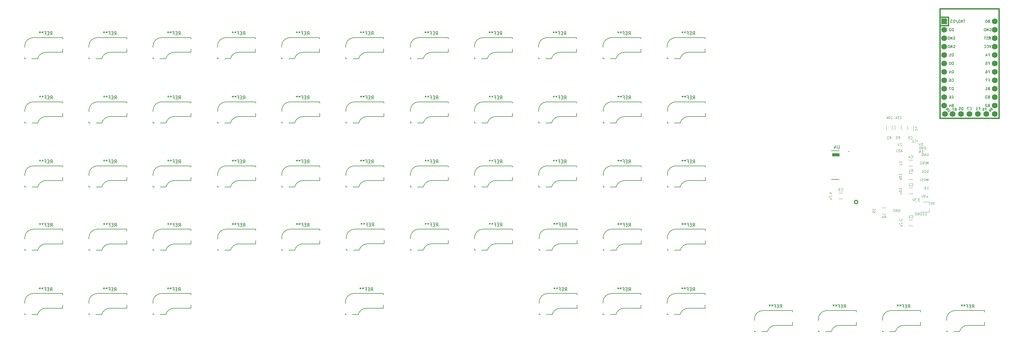
<source format=gbr>
G04 #@! TF.GenerationSoftware,KiCad,Pcbnew,(6.0.7)*
G04 #@! TF.CreationDate,2023-01-06T19:07:42-08:00*
G04 #@! TF.ProjectId,openot rev2,6f70656e-6f74-4207-9265-76322e6b6963,rev?*
G04 #@! TF.SameCoordinates,Original*
G04 #@! TF.FileFunction,Legend,Bot*
G04 #@! TF.FilePolarity,Positive*
%FSLAX46Y46*%
G04 Gerber Fmt 4.6, Leading zero omitted, Abs format (unit mm)*
G04 Created by KiCad (PCBNEW (6.0.7)) date 2023-01-06 19:07:42*
%MOMM*%
%LPD*%
G01*
G04 APERTURE LIST*
%ADD10C,0.300000*%
%ADD11C,0.120000*%
%ADD12C,0.100000*%
%ADD13C,0.150000*%
%ADD14C,0.381000*%
%ADD15C,0.127000*%
%ADD16C,0.200000*%
%ADD17R,1.752600X1.752600*%
%ADD18C,1.752600*%
G04 APERTURE END LIST*
D10*
X322127219Y-137614234D02*
G75*
G03*
X322127219Y-137614234I-521536J0D01*
G01*
D11*
X314415683Y-122934234D02*
X316515683Y-122934234D01*
X316515683Y-122934234D02*
X316515683Y-123734234D01*
X316515683Y-123734234D02*
X314415683Y-123734234D01*
X314415683Y-123734234D02*
X314415683Y-122934234D01*
G36*
X314415683Y-122934234D02*
G01*
X316515683Y-122934234D01*
X316515683Y-123734234D01*
X314415683Y-123734234D01*
X314415683Y-122934234D01*
G37*
D12*
X334726397Y-142794948D02*
X334690683Y-142830662D01*
X334654968Y-142902091D01*
X334654968Y-143080662D01*
X334690683Y-143152091D01*
X334726397Y-143187805D01*
X334797825Y-143223519D01*
X334869254Y-143223519D01*
X334976397Y-143187805D01*
X335404968Y-142759234D01*
X335404968Y-143223519D01*
X335333540Y-143544948D02*
X335369254Y-143580662D01*
X335404968Y-143544948D01*
X335369254Y-143509234D01*
X335333540Y-143544948D01*
X335404968Y-143544948D01*
X334726397Y-143866376D02*
X334690683Y-143902091D01*
X334654968Y-143973519D01*
X334654968Y-144152091D01*
X334690683Y-144223519D01*
X334726397Y-144259234D01*
X334797825Y-144294948D01*
X334869254Y-144294948D01*
X334976397Y-144259234D01*
X335404968Y-143830662D01*
X335404968Y-144294948D01*
X334904968Y-144937805D02*
X335404968Y-144937805D01*
X334904968Y-144616376D02*
X335297825Y-144616376D01*
X335369254Y-144652091D01*
X335404968Y-144723519D01*
X335404968Y-144830662D01*
X335369254Y-144902091D01*
X335333540Y-144937805D01*
X343322254Y-131263519D02*
X343322254Y-130513519D01*
X343072254Y-131049234D01*
X342822254Y-130513519D01*
X342822254Y-131263519D01*
X342322254Y-130513519D02*
X342179397Y-130513519D01*
X342107968Y-130549234D01*
X342036540Y-130620662D01*
X342000825Y-130763519D01*
X342000825Y-131013519D01*
X342036540Y-131156376D01*
X342107968Y-131227805D01*
X342179397Y-131263519D01*
X342322254Y-131263519D01*
X342393683Y-131227805D01*
X342465111Y-131156376D01*
X342500825Y-131013519D01*
X342500825Y-130763519D01*
X342465111Y-130620662D01*
X342393683Y-130549234D01*
X342322254Y-130513519D01*
X341715111Y-131227805D02*
X341607968Y-131263519D01*
X341429397Y-131263519D01*
X341357968Y-131227805D01*
X341322254Y-131192091D01*
X341286540Y-131120662D01*
X341286540Y-131049234D01*
X341322254Y-130977805D01*
X341357968Y-130942091D01*
X341429397Y-130906376D01*
X341572254Y-130870662D01*
X341643683Y-130834948D01*
X341679397Y-130799234D01*
X341715111Y-130727805D01*
X341715111Y-130656376D01*
X341679397Y-130584948D01*
X341643683Y-130549234D01*
X341572254Y-130513519D01*
X341393683Y-130513519D01*
X341286540Y-130549234D01*
X340965111Y-131263519D02*
X340965111Y-130513519D01*
X335304968Y-133852091D02*
X335304968Y-133423519D01*
X335304968Y-133637805D02*
X334554968Y-133637805D01*
X334662111Y-133566376D01*
X334733540Y-133494948D01*
X334769254Y-133423519D01*
X334554968Y-134316376D02*
X334554968Y-134387805D01*
X334590683Y-134459234D01*
X334626397Y-134494948D01*
X334697825Y-134530662D01*
X334840683Y-134566376D01*
X335019254Y-134566376D01*
X335162111Y-134530662D01*
X335233540Y-134494948D01*
X335269254Y-134459234D01*
X335304968Y-134387805D01*
X335304968Y-134316376D01*
X335269254Y-134244948D01*
X335233540Y-134209234D01*
X335162111Y-134173519D01*
X335019254Y-134137805D01*
X334840683Y-134137805D01*
X334697825Y-134173519D01*
X334626397Y-134209234D01*
X334590683Y-134244948D01*
X334554968Y-134316376D01*
X334804968Y-135209234D02*
X335304968Y-135209234D01*
X334804968Y-134887805D02*
X335197825Y-134887805D01*
X335269254Y-134923519D01*
X335304968Y-134994948D01*
X335304968Y-135102091D01*
X335269254Y-135173519D01*
X335233540Y-135209234D01*
X339426397Y-115609234D02*
X339426397Y-116037805D01*
X339426397Y-115823519D02*
X340176397Y-115823519D01*
X340069254Y-115894948D01*
X339997825Y-115966376D01*
X339962111Y-116037805D01*
X339926397Y-114966376D02*
X339426397Y-114966376D01*
X339926397Y-115287805D02*
X339533540Y-115287805D01*
X339462111Y-115252091D01*
X339426397Y-115180662D01*
X339426397Y-115073519D01*
X339462111Y-115002091D01*
X339497825Y-114966376D01*
X343322254Y-136017805D02*
X342750826Y-136017805D01*
X343036540Y-136303519D02*
X343036540Y-135732091D01*
X342036540Y-135553519D02*
X342393683Y-135553519D01*
X342429397Y-135910662D01*
X342393683Y-135874948D01*
X342322254Y-135839234D01*
X342143683Y-135839234D01*
X342072254Y-135874948D01*
X342036540Y-135910662D01*
X342000826Y-135982091D01*
X342000826Y-136160662D01*
X342036540Y-136232091D01*
X342072254Y-136267805D01*
X342143683Y-136303519D01*
X342322254Y-136303519D01*
X342393683Y-136267805D01*
X342429397Y-136232091D01*
X341786540Y-135553519D02*
X341536540Y-136303519D01*
X341286540Y-135553519D01*
X340937111Y-140809234D02*
X341008540Y-140773519D01*
X341115683Y-140773519D01*
X341222825Y-140809234D01*
X341294254Y-140880662D01*
X341329968Y-140952091D01*
X341365683Y-141094948D01*
X341365683Y-141202091D01*
X341329968Y-141344948D01*
X341294254Y-141416376D01*
X341222825Y-141487805D01*
X341115683Y-141523519D01*
X341044254Y-141523519D01*
X340937111Y-141487805D01*
X340901397Y-141452091D01*
X340901397Y-141202091D01*
X341044254Y-141202091D01*
X340579968Y-141523519D02*
X340579968Y-140773519D01*
X340151397Y-141523519D01*
X340151397Y-140773519D01*
X339794254Y-141523519D02*
X339794254Y-140773519D01*
X339615683Y-140773519D01*
X339508540Y-140809234D01*
X339437111Y-140880662D01*
X339401397Y-140952091D01*
X339365683Y-141094948D01*
X339365683Y-141202091D01*
X339401397Y-141344948D01*
X339437111Y-141416376D01*
X339508540Y-141487805D01*
X339615683Y-141523519D01*
X339794254Y-141523519D01*
X344708540Y-137623519D02*
X345065683Y-137623519D01*
X345101397Y-137980662D01*
X345065683Y-137944948D01*
X344994254Y-137909234D01*
X344815683Y-137909234D01*
X344744254Y-137944948D01*
X344708540Y-137980662D01*
X344672825Y-138052091D01*
X344672825Y-138230662D01*
X344708540Y-138302091D01*
X344744254Y-138337805D01*
X344815683Y-138373519D01*
X344994254Y-138373519D01*
X345065683Y-138337805D01*
X345101397Y-138302091D01*
X344458540Y-137623519D02*
X344208540Y-138373519D01*
X343958540Y-137623519D01*
X342929397Y-122989234D02*
X343000826Y-122953519D01*
X343107969Y-122953519D01*
X343215111Y-122989234D01*
X343286540Y-123060662D01*
X343322254Y-123132091D01*
X343357969Y-123274948D01*
X343357969Y-123382091D01*
X343322254Y-123524948D01*
X343286540Y-123596376D01*
X343215111Y-123667805D01*
X343107969Y-123703519D01*
X343036540Y-123703519D01*
X342929397Y-123667805D01*
X342893683Y-123632091D01*
X342893683Y-123382091D01*
X343036540Y-123382091D01*
X342572254Y-123703519D02*
X342572254Y-122953519D01*
X342143683Y-123703519D01*
X342143683Y-122953519D01*
X341786540Y-123703519D02*
X341786540Y-122953519D01*
X341607969Y-122953519D01*
X341500826Y-122989234D01*
X341429397Y-123060662D01*
X341393683Y-123132091D01*
X341357969Y-123274948D01*
X341357969Y-123382091D01*
X341393683Y-123524948D01*
X341429397Y-123596376D01*
X341500826Y-123667805D01*
X341607969Y-123703519D01*
X341786540Y-123703519D01*
X334357111Y-139819234D02*
X334428540Y-139783519D01*
X334535683Y-139783519D01*
X334642825Y-139819234D01*
X334714254Y-139890662D01*
X334749968Y-139962091D01*
X334785683Y-140104948D01*
X334785683Y-140212091D01*
X334749968Y-140354948D01*
X334714254Y-140426376D01*
X334642825Y-140497805D01*
X334535683Y-140533519D01*
X334464254Y-140533519D01*
X334357111Y-140497805D01*
X334321397Y-140462091D01*
X334321397Y-140212091D01*
X334464254Y-140212091D01*
X333999968Y-140533519D02*
X333999968Y-139783519D01*
X333571397Y-140533519D01*
X333571397Y-139783519D01*
X333214254Y-140533519D02*
X333214254Y-139783519D01*
X333035683Y-139783519D01*
X332928540Y-139819234D01*
X332857111Y-139890662D01*
X332821397Y-139962091D01*
X332785683Y-140104948D01*
X332785683Y-140212091D01*
X332821397Y-140354948D01*
X332857111Y-140426376D01*
X332928540Y-140497805D01*
X333035683Y-140533519D01*
X333214254Y-140533519D01*
X335304968Y-129517805D02*
X335304968Y-129089234D01*
X335304968Y-129303519D02*
X334554968Y-129303519D01*
X334662111Y-129232091D01*
X334733540Y-129160662D01*
X334769254Y-129089234D01*
X334554968Y-129982091D02*
X334554968Y-130053519D01*
X334590683Y-130124948D01*
X334626397Y-130160662D01*
X334697825Y-130196376D01*
X334840683Y-130232091D01*
X335019254Y-130232091D01*
X335162111Y-130196376D01*
X335233540Y-130160662D01*
X335269254Y-130124948D01*
X335304968Y-130053519D01*
X335304968Y-129982091D01*
X335269254Y-129910662D01*
X335233540Y-129874948D01*
X335162111Y-129839234D01*
X335019254Y-129803519D01*
X334840683Y-129803519D01*
X334697825Y-129839234D01*
X334626397Y-129874948D01*
X334590683Y-129910662D01*
X334554968Y-129982091D01*
X335304968Y-130553519D02*
X334554968Y-130553519D01*
X335019254Y-130624948D02*
X335304968Y-130839234D01*
X334804968Y-130839234D02*
X335090683Y-130553519D01*
X341669254Y-122330662D02*
X341419254Y-122330662D01*
X341312111Y-122723519D02*
X341669254Y-122723519D01*
X341669254Y-121973519D01*
X341312111Y-121973519D01*
X340990683Y-122723519D02*
X340990683Y-121973519D01*
X340562111Y-122723519D01*
X340562111Y-121973519D01*
X332112111Y-112473519D02*
X332540683Y-112473519D01*
X332326397Y-112473519D02*
X332326397Y-111723519D01*
X332397825Y-111830662D01*
X332469254Y-111902091D01*
X332540683Y-111937805D01*
X331647825Y-111723519D02*
X331576397Y-111723519D01*
X331504968Y-111759234D01*
X331469254Y-111794948D01*
X331433540Y-111866376D01*
X331397825Y-112009234D01*
X331397825Y-112187805D01*
X331433540Y-112330662D01*
X331469254Y-112402091D01*
X331504968Y-112437805D01*
X331576397Y-112473519D01*
X331647825Y-112473519D01*
X331719254Y-112437805D01*
X331754968Y-112402091D01*
X331790683Y-112330662D01*
X331826397Y-112187805D01*
X331826397Y-112009234D01*
X331790683Y-111866376D01*
X331754968Y-111794948D01*
X331719254Y-111759234D01*
X331647825Y-111723519D01*
X331076397Y-112473519D02*
X331076397Y-111723519D01*
X331004968Y-112187805D02*
X330790683Y-112473519D01*
X330790683Y-111973519D02*
X331076397Y-112259234D01*
X341258540Y-119873519D02*
X341615683Y-119873519D01*
X341651397Y-120230662D01*
X341615683Y-120194948D01*
X341544254Y-120159234D01*
X341365683Y-120159234D01*
X341294254Y-120194948D01*
X341258540Y-120230662D01*
X341222825Y-120302091D01*
X341222825Y-120480662D01*
X341258540Y-120552091D01*
X341294254Y-120587805D01*
X341365683Y-120623519D01*
X341544254Y-120623519D01*
X341615683Y-120587805D01*
X341651397Y-120552091D01*
X341008540Y-119873519D02*
X340758540Y-120623519D01*
X340508540Y-119873519D01*
X334762111Y-112473519D02*
X335190683Y-112473519D01*
X334976397Y-112473519D02*
X334976397Y-111723519D01*
X335047825Y-111830662D01*
X335119254Y-111902091D01*
X335190683Y-111937805D01*
X334083540Y-111723519D02*
X334440683Y-111723519D01*
X334476397Y-112080662D01*
X334440683Y-112044948D01*
X334369254Y-112009234D01*
X334190683Y-112009234D01*
X334119254Y-112044948D01*
X334083540Y-112080662D01*
X334047825Y-112152091D01*
X334047825Y-112330662D01*
X334083540Y-112402091D01*
X334119254Y-112437805D01*
X334190683Y-112473519D01*
X334369254Y-112473519D01*
X334440683Y-112437805D01*
X334476397Y-112402091D01*
X333726397Y-112473519D02*
X333726397Y-111723519D01*
X333654968Y-112187805D02*
X333440683Y-112473519D01*
X333440683Y-111973519D02*
X333726397Y-112259234D01*
X335326397Y-119944948D02*
X335290683Y-119909234D01*
X335219254Y-119873519D01*
X335040683Y-119873519D01*
X334969254Y-119909234D01*
X334933540Y-119944948D01*
X334897825Y-120016376D01*
X334897825Y-120087805D01*
X334933540Y-120194948D01*
X335362111Y-120623519D01*
X334897825Y-120623519D01*
X334683540Y-119873519D02*
X334433540Y-120623519D01*
X334183540Y-119873519D01*
X342151397Y-120959234D02*
X342222826Y-120923519D01*
X342329969Y-120923519D01*
X342437111Y-120959234D01*
X342508540Y-121030662D01*
X342544254Y-121102091D01*
X342579969Y-121244948D01*
X342579969Y-121352091D01*
X342544254Y-121494948D01*
X342508540Y-121566376D01*
X342437111Y-121637805D01*
X342329969Y-121673519D01*
X342258540Y-121673519D01*
X342151397Y-121637805D01*
X342115683Y-121602091D01*
X342115683Y-121352091D01*
X342258540Y-121352091D01*
X341794254Y-121673519D02*
X341794254Y-120923519D01*
X341365683Y-121673519D01*
X341365683Y-120923519D01*
X341008540Y-121673519D02*
X341008540Y-120923519D01*
X340829969Y-120923519D01*
X340722826Y-120959234D01*
X340651397Y-121030662D01*
X340615683Y-121102091D01*
X340579969Y-121244948D01*
X340579969Y-121352091D01*
X340615683Y-121494948D01*
X340651397Y-121566376D01*
X340722826Y-121637805D01*
X340829969Y-121673519D01*
X341008540Y-121673519D01*
X343357968Y-133747805D02*
X343250825Y-133783519D01*
X343072254Y-133783519D01*
X343000825Y-133747805D01*
X342965111Y-133712091D01*
X342929397Y-133640662D01*
X342929397Y-133569234D01*
X342965111Y-133497805D01*
X343000825Y-133462091D01*
X343072254Y-133426376D01*
X343215111Y-133390662D01*
X343286540Y-133354948D01*
X343322254Y-133319234D01*
X343357968Y-133247805D01*
X343357968Y-133176376D01*
X343322254Y-133104948D01*
X343286540Y-133069234D01*
X343215111Y-133033519D01*
X343036540Y-133033519D01*
X342929397Y-133069234D01*
X342643682Y-133747805D02*
X342536540Y-133783519D01*
X342357968Y-133783519D01*
X342286540Y-133747805D01*
X342250825Y-133712091D01*
X342215111Y-133640662D01*
X342215111Y-133569234D01*
X342250825Y-133497805D01*
X342286540Y-133462091D01*
X342357968Y-133426376D01*
X342500825Y-133390662D01*
X342572254Y-133354948D01*
X342607968Y-133319234D01*
X342643682Y-133247805D01*
X342643682Y-133176376D01*
X342607968Y-133104948D01*
X342572254Y-133069234D01*
X342500825Y-133033519D01*
X342322254Y-133033519D01*
X342215111Y-133069234D01*
X326604968Y-139577091D02*
X326604968Y-140041376D01*
X326890683Y-139791376D01*
X326890683Y-139898519D01*
X326926397Y-139969948D01*
X326962111Y-140005662D01*
X327033540Y-140041376D01*
X327212111Y-140041376D01*
X327283540Y-140005662D01*
X327319254Y-139969948D01*
X327354968Y-139898519D01*
X327354968Y-139684234D01*
X327319254Y-139612805D01*
X327283540Y-139577091D01*
X327354968Y-140398519D02*
X327354968Y-140541376D01*
X327319254Y-140612805D01*
X327283540Y-140648519D01*
X327176397Y-140719948D01*
X327033540Y-140755662D01*
X326747825Y-140755662D01*
X326676397Y-140719948D01*
X326640683Y-140684234D01*
X326604968Y-140612805D01*
X326604968Y-140469948D01*
X326640683Y-140398519D01*
X326676397Y-140362805D01*
X326747825Y-140327091D01*
X326926397Y-140327091D01*
X326997825Y-140362805D01*
X327033540Y-140398519D01*
X327069254Y-140469948D01*
X327069254Y-140612805D01*
X327033540Y-140684234D01*
X326997825Y-140719948D01*
X326926397Y-140755662D01*
X335304968Y-125789234D02*
X335304968Y-125360662D01*
X335304968Y-125574948D02*
X334554968Y-125574948D01*
X334662111Y-125503519D01*
X334733540Y-125432091D01*
X334769254Y-125360662D01*
X334804968Y-126432091D02*
X335304968Y-126432091D01*
X334804968Y-126110662D02*
X335197825Y-126110662D01*
X335269254Y-126146376D01*
X335304968Y-126217805D01*
X335304968Y-126324948D01*
X335269254Y-126396376D01*
X335233540Y-126432091D01*
X343322254Y-126223519D02*
X343322254Y-125473519D01*
X343072254Y-126009234D01*
X342822254Y-125473519D01*
X342822254Y-126223519D01*
X342465111Y-126223519D02*
X342465111Y-125473519D01*
X342143683Y-126187805D02*
X342036540Y-126223519D01*
X341857968Y-126223519D01*
X341786540Y-126187805D01*
X341750825Y-126152091D01*
X341715111Y-126080662D01*
X341715111Y-126009234D01*
X341750825Y-125937805D01*
X341786540Y-125902091D01*
X341857968Y-125866376D01*
X342000825Y-125830662D01*
X342072254Y-125794948D01*
X342107968Y-125759234D01*
X342143683Y-125687805D01*
X342143683Y-125616376D01*
X342107968Y-125544948D01*
X342072254Y-125509234D01*
X342000825Y-125473519D01*
X341822254Y-125473519D01*
X341715111Y-125509234D01*
X341250825Y-125473519D02*
X341107968Y-125473519D01*
X341036540Y-125509234D01*
X340965111Y-125580662D01*
X340929397Y-125723519D01*
X340929397Y-125973519D01*
X340965111Y-126116376D01*
X341036540Y-126187805D01*
X341107968Y-126223519D01*
X341250825Y-126223519D01*
X341322254Y-126187805D01*
X341393683Y-126116376D01*
X341429397Y-125973519D01*
X341429397Y-125723519D01*
X341393683Y-125580662D01*
X341322254Y-125509234D01*
X341250825Y-125473519D01*
X340772825Y-136573519D02*
X340308540Y-136573519D01*
X340558540Y-136859234D01*
X340451397Y-136859234D01*
X340379968Y-136894948D01*
X340344254Y-136930662D01*
X340308540Y-137002091D01*
X340308540Y-137180662D01*
X340344254Y-137252091D01*
X340379968Y-137287805D01*
X340451397Y-137323519D01*
X340665683Y-137323519D01*
X340737111Y-137287805D01*
X340772825Y-137252091D01*
X339987111Y-137252091D02*
X339951397Y-137287805D01*
X339987111Y-137323519D01*
X340022825Y-137287805D01*
X339987111Y-137252091D01*
X339987111Y-137323519D01*
X339701397Y-136573519D02*
X339237111Y-136573519D01*
X339487111Y-136859234D01*
X339379968Y-136859234D01*
X339308540Y-136894948D01*
X339272825Y-136930662D01*
X339237111Y-137002091D01*
X339237111Y-137180662D01*
X339272825Y-137252091D01*
X339308540Y-137287805D01*
X339379968Y-137323519D01*
X339594254Y-137323519D01*
X339665683Y-137287805D01*
X339701397Y-137252091D01*
X339022825Y-136573519D02*
X338772825Y-137323519D01*
X338522825Y-136573519D01*
X335404968Y-122309234D02*
X335047825Y-122309234D01*
X335476397Y-122523519D02*
X335226397Y-121773519D01*
X334976397Y-122523519D01*
X334726397Y-122523519D02*
X334726397Y-121773519D01*
X334547825Y-121773519D01*
X334440683Y-121809234D01*
X334369254Y-121880662D01*
X334333540Y-121952091D01*
X334297825Y-122094948D01*
X334297825Y-122202091D01*
X334333540Y-122344948D01*
X334369254Y-122416376D01*
X334440683Y-122487805D01*
X334547825Y-122523519D01*
X334726397Y-122523519D01*
X333762111Y-121773519D02*
X333762111Y-122309234D01*
X333797825Y-122416376D01*
X333869254Y-122487805D01*
X333976397Y-122523519D01*
X334047825Y-122523519D01*
X313754968Y-135052091D02*
X314254968Y-135052091D01*
X313469254Y-134873519D02*
X314004968Y-134694948D01*
X314004968Y-135159234D01*
X314183540Y-135444948D02*
X314219254Y-135480662D01*
X314254968Y-135444948D01*
X314219254Y-135409234D01*
X314183540Y-135444948D01*
X314254968Y-135444948D01*
X313504968Y-135730662D02*
X313504968Y-136230662D01*
X314254968Y-135909234D01*
X313754968Y-136837805D02*
X314254968Y-136837805D01*
X313754968Y-136516376D02*
X314147825Y-136516376D01*
X314219254Y-136552091D01*
X314254968Y-136623519D01*
X314254968Y-136730662D01*
X314219254Y-136802091D01*
X314183540Y-136837805D01*
X343357968Y-128707805D02*
X343250825Y-128743519D01*
X343072254Y-128743519D01*
X343000825Y-128707805D01*
X342965111Y-128672091D01*
X342929397Y-128600662D01*
X342929397Y-128529234D01*
X342965111Y-128457805D01*
X343000825Y-128422091D01*
X343072254Y-128386376D01*
X343215111Y-128350662D01*
X343286540Y-128314948D01*
X343322254Y-128279234D01*
X343357968Y-128207805D01*
X343357968Y-128136376D01*
X343322254Y-128064948D01*
X343286540Y-128029234D01*
X343215111Y-127993519D01*
X343036540Y-127993519D01*
X342929397Y-128029234D01*
X342179397Y-128672091D02*
X342215111Y-128707805D01*
X342322254Y-128743519D01*
X342393683Y-128743519D01*
X342500825Y-128707805D01*
X342572254Y-128636376D01*
X342607968Y-128564948D01*
X342643683Y-128422091D01*
X342643683Y-128314948D01*
X342607968Y-128172091D01*
X342572254Y-128100662D01*
X342500825Y-128029234D01*
X342393683Y-127993519D01*
X342322254Y-127993519D01*
X342215111Y-128029234D01*
X342179397Y-128064948D01*
X341857968Y-128743519D02*
X341857968Y-127993519D01*
X341429397Y-128743519D02*
X341750825Y-128314948D01*
X341429397Y-127993519D02*
X341857968Y-128422091D01*
D13*
X156387133Y-125890980D02*
X156720466Y-125414790D01*
X156958561Y-125890980D02*
X156958561Y-124890980D01*
X156577609Y-124890980D01*
X156482371Y-124938600D01*
X156434752Y-124986219D01*
X156387133Y-125081457D01*
X156387133Y-125224314D01*
X156434752Y-125319552D01*
X156482371Y-125367171D01*
X156577609Y-125414790D01*
X156958561Y-125414790D01*
X155958561Y-125367171D02*
X155625228Y-125367171D01*
X155482371Y-125890980D02*
X155958561Y-125890980D01*
X155958561Y-124890980D01*
X155482371Y-124890980D01*
X154720466Y-125367171D02*
X155053800Y-125367171D01*
X155053800Y-125890980D02*
X155053800Y-124890980D01*
X154577609Y-124890980D01*
X154053800Y-124890980D02*
X154053800Y-125129076D01*
X154291895Y-125033838D02*
X154053800Y-125129076D01*
X153815704Y-125033838D01*
X154196657Y-125319552D02*
X154053800Y-125129076D01*
X153910942Y-125319552D01*
X153291895Y-124890980D02*
X153291895Y-125129076D01*
X153529990Y-125033838D02*
X153291895Y-125129076D01*
X153053800Y-125033838D01*
X153434752Y-125319552D02*
X153291895Y-125129076D01*
X153149038Y-125319552D01*
X117621866Y-87219665D02*
X117955199Y-86743475D01*
X118193294Y-87219665D02*
X118193294Y-86219665D01*
X117812342Y-86219665D01*
X117717104Y-86267285D01*
X117669485Y-86314904D01*
X117621866Y-86410142D01*
X117621866Y-86552999D01*
X117669485Y-86648237D01*
X117717104Y-86695856D01*
X117812342Y-86743475D01*
X118193294Y-86743475D01*
X117193294Y-86695856D02*
X116859961Y-86695856D01*
X116717104Y-87219665D02*
X117193294Y-87219665D01*
X117193294Y-86219665D01*
X116717104Y-86219665D01*
X115955199Y-86695856D02*
X116288533Y-86695856D01*
X116288533Y-87219665D02*
X116288533Y-86219665D01*
X115812342Y-86219665D01*
X115288533Y-86219665D02*
X115288533Y-86457761D01*
X115526628Y-86362523D02*
X115288533Y-86457761D01*
X115050437Y-86362523D01*
X115431390Y-86648237D02*
X115288533Y-86457761D01*
X115145675Y-86648237D01*
X114526628Y-86219665D02*
X114526628Y-86457761D01*
X114764723Y-86362523D02*
X114526628Y-86457761D01*
X114288533Y-86362523D01*
X114669485Y-86648237D02*
X114526628Y-86457761D01*
X114383771Y-86648237D01*
X117601333Y-164397380D02*
X117934666Y-163921190D01*
X118172761Y-164397380D02*
X118172761Y-163397380D01*
X117791809Y-163397380D01*
X117696571Y-163445000D01*
X117648952Y-163492619D01*
X117601333Y-163587857D01*
X117601333Y-163730714D01*
X117648952Y-163825952D01*
X117696571Y-163873571D01*
X117791809Y-163921190D01*
X118172761Y-163921190D01*
X117172761Y-163873571D02*
X116839428Y-163873571D01*
X116696571Y-164397380D02*
X117172761Y-164397380D01*
X117172761Y-163397380D01*
X116696571Y-163397380D01*
X115934666Y-163873571D02*
X116268000Y-163873571D01*
X116268000Y-164397380D02*
X116268000Y-163397380D01*
X115791809Y-163397380D01*
X115268000Y-163397380D02*
X115268000Y-163635476D01*
X115506095Y-163540238D02*
X115268000Y-163635476D01*
X115029904Y-163540238D01*
X115410857Y-163825952D02*
X115268000Y-163635476D01*
X115125142Y-163825952D01*
X114506095Y-163397380D02*
X114506095Y-163635476D01*
X114744190Y-163540238D02*
X114506095Y-163635476D01*
X114268000Y-163540238D01*
X114648952Y-163825952D02*
X114506095Y-163635476D01*
X114363238Y-163825952D01*
X233730133Y-125890980D02*
X234063466Y-125414790D01*
X234301561Y-125890980D02*
X234301561Y-124890980D01*
X233920609Y-124890980D01*
X233825371Y-124938600D01*
X233777752Y-124986219D01*
X233730133Y-125081457D01*
X233730133Y-125224314D01*
X233777752Y-125319552D01*
X233825371Y-125367171D01*
X233920609Y-125414790D01*
X234301561Y-125414790D01*
X233301561Y-125367171D02*
X232968228Y-125367171D01*
X232825371Y-125890980D02*
X233301561Y-125890980D01*
X233301561Y-124890980D01*
X232825371Y-124890980D01*
X232063466Y-125367171D02*
X232396800Y-125367171D01*
X232396800Y-125890980D02*
X232396800Y-124890980D01*
X231920609Y-124890980D01*
X231396800Y-124890980D02*
X231396800Y-125129076D01*
X231634895Y-125033838D02*
X231396800Y-125129076D01*
X231158704Y-125033838D01*
X231539657Y-125319552D02*
X231396800Y-125129076D01*
X231253942Y-125319552D01*
X230634895Y-124890980D02*
X230634895Y-125129076D01*
X230872990Y-125033838D02*
X230634895Y-125129076D01*
X230396800Y-125033838D01*
X230777752Y-125319552D02*
X230634895Y-125129076D01*
X230492038Y-125319552D01*
X233907933Y-164397380D02*
X234241266Y-163921190D01*
X234479361Y-164397380D02*
X234479361Y-163397380D01*
X234098409Y-163397380D01*
X234003171Y-163445000D01*
X233955552Y-163492619D01*
X233907933Y-163587857D01*
X233907933Y-163730714D01*
X233955552Y-163825952D01*
X234003171Y-163873571D01*
X234098409Y-163921190D01*
X234479361Y-163921190D01*
X233479361Y-163873571D02*
X233146028Y-163873571D01*
X233003171Y-164397380D02*
X233479361Y-164397380D01*
X233479361Y-163397380D01*
X233003171Y-163397380D01*
X232241266Y-163873571D02*
X232574600Y-163873571D01*
X232574600Y-164397380D02*
X232574600Y-163397380D01*
X232098409Y-163397380D01*
X231574600Y-163397380D02*
X231574600Y-163635476D01*
X231812695Y-163540238D02*
X231574600Y-163635476D01*
X231336504Y-163540238D01*
X231717457Y-163825952D02*
X231574600Y-163635476D01*
X231431742Y-163825952D01*
X230812695Y-163397380D02*
X230812695Y-163635476D01*
X231050790Y-163540238D02*
X230812695Y-163635476D01*
X230574600Y-163540238D01*
X230955552Y-163825952D02*
X230812695Y-163635476D01*
X230669838Y-163825952D01*
X195127000Y-144953495D02*
X195460333Y-144477305D01*
X195698428Y-144953495D02*
X195698428Y-143953495D01*
X195317476Y-143953495D01*
X195222238Y-144001115D01*
X195174619Y-144048734D01*
X195127000Y-144143972D01*
X195127000Y-144286829D01*
X195174619Y-144382067D01*
X195222238Y-144429686D01*
X195317476Y-144477305D01*
X195698428Y-144477305D01*
X194698428Y-144429686D02*
X194365095Y-144429686D01*
X194222238Y-144953495D02*
X194698428Y-144953495D01*
X194698428Y-143953495D01*
X194222238Y-143953495D01*
X193460333Y-144429686D02*
X193793667Y-144429686D01*
X193793667Y-144953495D02*
X193793667Y-143953495D01*
X193317476Y-143953495D01*
X192793667Y-143953495D02*
X192793667Y-144191591D01*
X193031762Y-144096353D02*
X192793667Y-144191591D01*
X192555571Y-144096353D01*
X192936524Y-144382067D02*
X192793667Y-144191591D01*
X192650809Y-144382067D01*
X192031762Y-143953495D02*
X192031762Y-144191591D01*
X192269857Y-144096353D02*
X192031762Y-144191591D01*
X191793667Y-144096353D01*
X192174619Y-144382067D02*
X192031762Y-144191591D01*
X191888905Y-144382067D01*
X79044133Y-106586980D02*
X79377466Y-106110790D01*
X79615561Y-106586980D02*
X79615561Y-105586980D01*
X79234609Y-105586980D01*
X79139371Y-105634600D01*
X79091752Y-105682219D01*
X79044133Y-105777457D01*
X79044133Y-105920314D01*
X79091752Y-106015552D01*
X79139371Y-106063171D01*
X79234609Y-106110790D01*
X79615561Y-106110790D01*
X78615561Y-106063171D02*
X78282228Y-106063171D01*
X78139371Y-106586980D02*
X78615561Y-106586980D01*
X78615561Y-105586980D01*
X78139371Y-105586980D01*
X77377466Y-106063171D02*
X77710800Y-106063171D01*
X77710800Y-106586980D02*
X77710800Y-105586980D01*
X77234609Y-105586980D01*
X76710800Y-105586980D02*
X76710800Y-105825076D01*
X76948895Y-105729838D02*
X76710800Y-105825076D01*
X76472704Y-105729838D01*
X76853657Y-106015552D02*
X76710800Y-105825076D01*
X76567942Y-106015552D01*
X75948895Y-105586980D02*
X75948895Y-105825076D01*
X76186990Y-105729838D02*
X75948895Y-105825076D01*
X75710800Y-105729838D01*
X76091752Y-106015552D02*
X75948895Y-105825076D01*
X75806038Y-106015552D01*
X175691133Y-106586980D02*
X176024466Y-106110790D01*
X176262561Y-106586980D02*
X176262561Y-105586980D01*
X175881609Y-105586980D01*
X175786371Y-105634600D01*
X175738752Y-105682219D01*
X175691133Y-105777457D01*
X175691133Y-105920314D01*
X175738752Y-106015552D01*
X175786371Y-106063171D01*
X175881609Y-106110790D01*
X176262561Y-106110790D01*
X175262561Y-106063171D02*
X174929228Y-106063171D01*
X174786371Y-106586980D02*
X175262561Y-106586980D01*
X175262561Y-105586980D01*
X174786371Y-105586980D01*
X174024466Y-106063171D02*
X174357800Y-106063171D01*
X174357800Y-106586980D02*
X174357800Y-105586980D01*
X173881609Y-105586980D01*
X173357800Y-105586980D02*
X173357800Y-105825076D01*
X173595895Y-105729838D02*
X173357800Y-105825076D01*
X173119704Y-105729838D01*
X173500657Y-106015552D02*
X173357800Y-105825076D01*
X173214942Y-106015552D01*
X172595895Y-105586980D02*
X172595895Y-105825076D01*
X172833990Y-105729838D02*
X172595895Y-105825076D01*
X172357800Y-105729838D01*
X172738752Y-106015552D02*
X172595895Y-105825076D01*
X172453038Y-106015552D01*
X175513333Y-164397380D02*
X175846666Y-163921190D01*
X176084761Y-164397380D02*
X176084761Y-163397380D01*
X175703809Y-163397380D01*
X175608571Y-163445000D01*
X175560952Y-163492619D01*
X175513333Y-163587857D01*
X175513333Y-163730714D01*
X175560952Y-163825952D01*
X175608571Y-163873571D01*
X175703809Y-163921190D01*
X176084761Y-163921190D01*
X175084761Y-163873571D02*
X174751428Y-163873571D01*
X174608571Y-164397380D02*
X175084761Y-164397380D01*
X175084761Y-163397380D01*
X174608571Y-163397380D01*
X173846666Y-163873571D02*
X174180000Y-163873571D01*
X174180000Y-164397380D02*
X174180000Y-163397380D01*
X173703809Y-163397380D01*
X173180000Y-163397380D02*
X173180000Y-163635476D01*
X173418095Y-163540238D02*
X173180000Y-163635476D01*
X172941904Y-163540238D01*
X173322857Y-163825952D02*
X173180000Y-163635476D01*
X173037142Y-163825952D01*
X172418095Y-163397380D02*
X172418095Y-163635476D01*
X172656190Y-163540238D02*
X172418095Y-163635476D01*
X172180000Y-163540238D01*
X172560952Y-163825952D02*
X172418095Y-163635476D01*
X172275238Y-163825952D01*
X272414333Y-164397380D02*
X272747666Y-163921190D01*
X272985761Y-164397380D02*
X272985761Y-163397380D01*
X272604809Y-163397380D01*
X272509571Y-163445000D01*
X272461952Y-163492619D01*
X272414333Y-163587857D01*
X272414333Y-163730714D01*
X272461952Y-163825952D01*
X272509571Y-163873571D01*
X272604809Y-163921190D01*
X272985761Y-163921190D01*
X271985761Y-163873571D02*
X271652428Y-163873571D01*
X271509571Y-164397380D02*
X271985761Y-164397380D01*
X271985761Y-163397380D01*
X271509571Y-163397380D01*
X270747666Y-163873571D02*
X271081000Y-163873571D01*
X271081000Y-164397380D02*
X271081000Y-163397380D01*
X270604809Y-163397380D01*
X270081000Y-163397380D02*
X270081000Y-163635476D01*
X270319095Y-163540238D02*
X270081000Y-163635476D01*
X269842904Y-163540238D01*
X270223857Y-163825952D02*
X270081000Y-163635476D01*
X269938142Y-163825952D01*
X269319095Y-163397380D02*
X269319095Y-163635476D01*
X269557190Y-163540238D02*
X269319095Y-163635476D01*
X269081000Y-163540238D01*
X269461952Y-163825952D02*
X269319095Y-163635476D01*
X269176238Y-163825952D01*
X79013866Y-87219665D02*
X79347199Y-86743475D01*
X79585294Y-87219665D02*
X79585294Y-86219665D01*
X79204342Y-86219665D01*
X79109104Y-86267285D01*
X79061485Y-86314904D01*
X79013866Y-86410142D01*
X79013866Y-86552999D01*
X79061485Y-86648237D01*
X79109104Y-86695856D01*
X79204342Y-86743475D01*
X79585294Y-86743475D01*
X78585294Y-86695856D02*
X78251961Y-86695856D01*
X78109104Y-87219665D02*
X78585294Y-87219665D01*
X78585294Y-86219665D01*
X78109104Y-86219665D01*
X77347199Y-86695856D02*
X77680533Y-86695856D01*
X77680533Y-87219665D02*
X77680533Y-86219665D01*
X77204342Y-86219665D01*
X76680533Y-86219665D02*
X76680533Y-86457761D01*
X76918628Y-86362523D02*
X76680533Y-86457761D01*
X76442437Y-86362523D01*
X76823390Y-86648237D02*
X76680533Y-86457761D01*
X76537675Y-86648237D01*
X75918628Y-86219665D02*
X75918628Y-86457761D01*
X76156723Y-86362523D02*
X75918628Y-86457761D01*
X75680533Y-86362523D01*
X76061485Y-86648237D02*
X75918628Y-86457761D01*
X75775771Y-86648237D01*
X137083133Y-106586980D02*
X137416466Y-106110790D01*
X137654561Y-106586980D02*
X137654561Y-105586980D01*
X137273609Y-105586980D01*
X137178371Y-105634600D01*
X137130752Y-105682219D01*
X137083133Y-105777457D01*
X137083133Y-105920314D01*
X137130752Y-106015552D01*
X137178371Y-106063171D01*
X137273609Y-106110790D01*
X137654561Y-106110790D01*
X136654561Y-106063171D02*
X136321228Y-106063171D01*
X136178371Y-106586980D02*
X136654561Y-106586980D01*
X136654561Y-105586980D01*
X136178371Y-105586980D01*
X135416466Y-106063171D02*
X135749800Y-106063171D01*
X135749800Y-106586980D02*
X135749800Y-105586980D01*
X135273609Y-105586980D01*
X134749800Y-105586980D02*
X134749800Y-105825076D01*
X134987895Y-105729838D02*
X134749800Y-105825076D01*
X134511704Y-105729838D01*
X134892657Y-106015552D02*
X134749800Y-105825076D01*
X134606942Y-106015552D01*
X133987895Y-105586980D02*
X133987895Y-105825076D01*
X134225990Y-105729838D02*
X133987895Y-105825076D01*
X133749800Y-105729838D01*
X134130752Y-106015552D02*
X133987895Y-105825076D01*
X133845038Y-106015552D01*
X98297333Y-164397380D02*
X98630666Y-163921190D01*
X98868761Y-164397380D02*
X98868761Y-163397380D01*
X98487809Y-163397380D01*
X98392571Y-163445000D01*
X98344952Y-163492619D01*
X98297333Y-163587857D01*
X98297333Y-163730714D01*
X98344952Y-163825952D01*
X98392571Y-163873571D01*
X98487809Y-163921190D01*
X98868761Y-163921190D01*
X97868761Y-163873571D02*
X97535428Y-163873571D01*
X97392571Y-164397380D02*
X97868761Y-164397380D01*
X97868761Y-163397380D01*
X97392571Y-163397380D01*
X96630666Y-163873571D02*
X96964000Y-163873571D01*
X96964000Y-164397380D02*
X96964000Y-163397380D01*
X96487809Y-163397380D01*
X95964000Y-163397380D02*
X95964000Y-163635476D01*
X96202095Y-163540238D02*
X95964000Y-163635476D01*
X95725904Y-163540238D01*
X96106857Y-163825952D02*
X95964000Y-163635476D01*
X95821142Y-163825952D01*
X95202095Y-163397380D02*
X95202095Y-163635476D01*
X95440190Y-163540238D02*
X95202095Y-163635476D01*
X94964000Y-163540238D01*
X95344952Y-163825952D02*
X95202095Y-163635476D01*
X95059238Y-163825952D01*
X98348133Y-125890980D02*
X98681466Y-125414790D01*
X98919561Y-125890980D02*
X98919561Y-124890980D01*
X98538609Y-124890980D01*
X98443371Y-124938600D01*
X98395752Y-124986219D01*
X98348133Y-125081457D01*
X98348133Y-125224314D01*
X98395752Y-125319552D01*
X98443371Y-125367171D01*
X98538609Y-125414790D01*
X98919561Y-125414790D01*
X97919561Y-125367171D02*
X97586228Y-125367171D01*
X97443371Y-125890980D02*
X97919561Y-125890980D01*
X97919561Y-124890980D01*
X97443371Y-124890980D01*
X96681466Y-125367171D02*
X97014800Y-125367171D01*
X97014800Y-125890980D02*
X97014800Y-124890980D01*
X96538609Y-124890980D01*
X96014800Y-124890980D02*
X96014800Y-125129076D01*
X96252895Y-125033838D02*
X96014800Y-125129076D01*
X95776704Y-125033838D01*
X96157657Y-125319552D02*
X96014800Y-125129076D01*
X95871942Y-125319552D01*
X95252895Y-124890980D02*
X95252895Y-125129076D01*
X95490990Y-125033838D02*
X95252895Y-125129076D01*
X95014800Y-125033838D01*
X95395752Y-125319552D02*
X95252895Y-125129076D01*
X95110038Y-125319552D01*
X117652133Y-144991780D02*
X117985466Y-144515590D01*
X118223561Y-144991780D02*
X118223561Y-143991780D01*
X117842609Y-143991780D01*
X117747371Y-144039400D01*
X117699752Y-144087019D01*
X117652133Y-144182257D01*
X117652133Y-144325114D01*
X117699752Y-144420352D01*
X117747371Y-144467971D01*
X117842609Y-144515590D01*
X118223561Y-144515590D01*
X117223561Y-144467971D02*
X116890228Y-144467971D01*
X116747371Y-144991780D02*
X117223561Y-144991780D01*
X117223561Y-143991780D01*
X116747371Y-143991780D01*
X115985466Y-144467971D02*
X116318800Y-144467971D01*
X116318800Y-144991780D02*
X116318800Y-143991780D01*
X115842609Y-143991780D01*
X115318800Y-143991780D02*
X115318800Y-144229876D01*
X115556895Y-144134638D02*
X115318800Y-144229876D01*
X115080704Y-144134638D01*
X115461657Y-144420352D02*
X115318800Y-144229876D01*
X115175942Y-144420352D01*
X114556895Y-143991780D02*
X114556895Y-144229876D01*
X114794990Y-144134638D02*
X114556895Y-144229876D01*
X114318800Y-144134638D01*
X114699752Y-144420352D02*
X114556895Y-144229876D01*
X114414038Y-144420352D01*
X79044133Y-144991780D02*
X79377466Y-144515590D01*
X79615561Y-144991780D02*
X79615561Y-143991780D01*
X79234609Y-143991780D01*
X79139371Y-144039400D01*
X79091752Y-144087019D01*
X79044133Y-144182257D01*
X79044133Y-144325114D01*
X79091752Y-144420352D01*
X79139371Y-144467971D01*
X79234609Y-144515590D01*
X79615561Y-144515590D01*
X78615561Y-144467971D02*
X78282228Y-144467971D01*
X78139371Y-144991780D02*
X78615561Y-144991780D01*
X78615561Y-143991780D01*
X78139371Y-143991780D01*
X77377466Y-144467971D02*
X77710800Y-144467971D01*
X77710800Y-144991780D02*
X77710800Y-143991780D01*
X77234609Y-143991780D01*
X76710800Y-143991780D02*
X76710800Y-144229876D01*
X76948895Y-144134638D02*
X76710800Y-144229876D01*
X76472704Y-144134638D01*
X76853657Y-144420352D02*
X76710800Y-144229876D01*
X76567942Y-144420352D01*
X75948895Y-143991780D02*
X75948895Y-144229876D01*
X76186990Y-144134638D02*
X75948895Y-144229876D01*
X75710800Y-144134638D01*
X76091752Y-144420352D02*
X75948895Y-144229876D01*
X75806038Y-144420352D01*
X253161133Y-144991780D02*
X253494466Y-144515590D01*
X253732561Y-144991780D02*
X253732561Y-143991780D01*
X253351609Y-143991780D01*
X253256371Y-144039400D01*
X253208752Y-144087019D01*
X253161133Y-144182257D01*
X253161133Y-144325114D01*
X253208752Y-144420352D01*
X253256371Y-144467971D01*
X253351609Y-144515590D01*
X253732561Y-144515590D01*
X252732561Y-144467971D02*
X252399228Y-144467971D01*
X252256371Y-144991780D02*
X252732561Y-144991780D01*
X252732561Y-143991780D01*
X252256371Y-143991780D01*
X251494466Y-144467971D02*
X251827800Y-144467971D01*
X251827800Y-144991780D02*
X251827800Y-143991780D01*
X251351609Y-143991780D01*
X250827800Y-143991780D02*
X250827800Y-144229876D01*
X251065895Y-144134638D02*
X250827800Y-144229876D01*
X250589704Y-144134638D01*
X250970657Y-144420352D02*
X250827800Y-144229876D01*
X250684942Y-144420352D01*
X250065895Y-143991780D02*
X250065895Y-144229876D01*
X250303990Y-144134638D02*
X250065895Y-144229876D01*
X249827800Y-144134638D01*
X250208752Y-144420352D02*
X250065895Y-144229876D01*
X249923038Y-144420352D01*
X98348133Y-144991780D02*
X98681466Y-144515590D01*
X98919561Y-144991780D02*
X98919561Y-143991780D01*
X98538609Y-143991780D01*
X98443371Y-144039400D01*
X98395752Y-144087019D01*
X98348133Y-144182257D01*
X98348133Y-144325114D01*
X98395752Y-144420352D01*
X98443371Y-144467971D01*
X98538609Y-144515590D01*
X98919561Y-144515590D01*
X97919561Y-144467971D02*
X97586228Y-144467971D01*
X97443371Y-144991780D02*
X97919561Y-144991780D01*
X97919561Y-143991780D01*
X97443371Y-143991780D01*
X96681466Y-144467971D02*
X97014800Y-144467971D01*
X97014800Y-144991780D02*
X97014800Y-143991780D01*
X96538609Y-143991780D01*
X96014800Y-143991780D02*
X96014800Y-144229876D01*
X96252895Y-144134638D02*
X96014800Y-144229876D01*
X95776704Y-144134638D01*
X96157657Y-144420352D02*
X96014800Y-144229876D01*
X95871942Y-144420352D01*
X95252895Y-143991780D02*
X95252895Y-144229876D01*
X95490990Y-144134638D02*
X95252895Y-144229876D01*
X95014800Y-144134638D01*
X95395752Y-144420352D02*
X95252895Y-144229876D01*
X95110038Y-144420352D01*
X361336016Y-88535243D02*
X361221730Y-88573338D01*
X361031254Y-88573338D01*
X360955063Y-88535243D01*
X360916968Y-88497148D01*
X360878873Y-88420957D01*
X360878873Y-88344767D01*
X360916968Y-88268576D01*
X360955063Y-88230481D01*
X361031254Y-88192386D01*
X361183635Y-88154291D01*
X361259825Y-88116195D01*
X361297921Y-88078100D01*
X361336016Y-88001910D01*
X361336016Y-87925719D01*
X361297921Y-87849529D01*
X361259825Y-87811434D01*
X361183635Y-87773338D01*
X360993159Y-87773338D01*
X360878873Y-87811434D01*
X360650302Y-87773338D02*
X360193159Y-87773338D01*
X360421730Y-88573338D02*
X360421730Y-87773338D01*
X361547492Y-105954291D02*
X361433206Y-105992386D01*
X361395111Y-106030481D01*
X361357016Y-106106672D01*
X361357016Y-106220957D01*
X361395111Y-106297148D01*
X361433206Y-106335243D01*
X361509397Y-106373338D01*
X361814159Y-106373338D01*
X361814159Y-105573338D01*
X361547492Y-105573338D01*
X361471302Y-105611434D01*
X361433206Y-105649529D01*
X361395111Y-105725719D01*
X361395111Y-105801910D01*
X361433206Y-105878100D01*
X361471302Y-105916195D01*
X361547492Y-105954291D01*
X361814159Y-105954291D01*
X361090349Y-105573338D02*
X360595111Y-105573338D01*
X360861778Y-105878100D01*
X360747492Y-105878100D01*
X360671302Y-105916195D01*
X360633206Y-105954291D01*
X360595111Y-106030481D01*
X360595111Y-106220957D01*
X360633206Y-106297148D01*
X360671302Y-106335243D01*
X360747492Y-106373338D01*
X360976063Y-106373338D01*
X361052254Y-106335243D01*
X361090349Y-106297148D01*
X354381287Y-82713338D02*
X353924144Y-82713338D01*
X354152715Y-83513338D02*
X354152715Y-82713338D01*
X353733668Y-82713338D02*
X353200334Y-83513338D01*
X353200334Y-82713338D02*
X353733668Y-83513338D01*
X352743191Y-82713338D02*
X352667001Y-82713338D01*
X352590811Y-82751434D01*
X352552715Y-82789529D01*
X352514620Y-82865719D01*
X352476525Y-83018100D01*
X352476525Y-83208576D01*
X352514620Y-83360957D01*
X352552715Y-83437148D01*
X352590811Y-83475243D01*
X352667001Y-83513338D01*
X352743191Y-83513338D01*
X352819382Y-83475243D01*
X352857477Y-83437148D01*
X352895572Y-83360957D01*
X352933668Y-83208576D01*
X352933668Y-83018100D01*
X352895572Y-82865719D01*
X352857477Y-82789529D01*
X352819382Y-82751434D01*
X352743191Y-82713338D01*
X351562239Y-82675243D02*
X352247953Y-83703814D01*
X351295572Y-83513338D02*
X351295572Y-82713338D01*
X351105096Y-82713338D01*
X350990811Y-82751434D01*
X350914620Y-82827624D01*
X350876525Y-82903814D01*
X350838430Y-83056195D01*
X350838430Y-83170481D01*
X350876525Y-83322862D01*
X350914620Y-83399053D01*
X350990811Y-83475243D01*
X351105096Y-83513338D01*
X351295572Y-83513338D01*
X350571763Y-82713338D02*
X350076525Y-82713338D01*
X350343191Y-83018100D01*
X350228906Y-83018100D01*
X350152715Y-83056195D01*
X350114620Y-83094291D01*
X350076525Y-83170481D01*
X350076525Y-83360957D01*
X350114620Y-83437148D01*
X350152715Y-83475243D01*
X350228906Y-83513338D01*
X350457477Y-83513338D01*
X350533668Y-83475243D01*
X350571763Y-83437148D01*
X353813159Y-109883338D02*
X353813159Y-109083338D01*
X353622683Y-109083338D01*
X353508397Y-109121434D01*
X353432206Y-109197624D01*
X353394111Y-109273814D01*
X353356016Y-109426195D01*
X353356016Y-109540481D01*
X353394111Y-109692862D01*
X353432206Y-109769053D01*
X353508397Y-109845243D01*
X353622683Y-109883338D01*
X353813159Y-109883338D01*
X352632206Y-109083338D02*
X353013159Y-109083338D01*
X353051254Y-109464291D01*
X353013159Y-109426195D01*
X352936968Y-109388100D01*
X352746492Y-109388100D01*
X352670302Y-109426195D01*
X352632206Y-109464291D01*
X352594111Y-109540481D01*
X352594111Y-109730957D01*
X352632206Y-109807148D01*
X352670302Y-109845243D01*
X352746492Y-109883338D01*
X352936968Y-109883338D01*
X353013159Y-109845243D01*
X353051254Y-109807148D01*
X351546016Y-109671434D02*
X351446016Y-109704767D01*
X351412683Y-109738100D01*
X351379349Y-109804767D01*
X351379349Y-109904767D01*
X351412683Y-109971434D01*
X351446016Y-110004767D01*
X351512683Y-110038100D01*
X351779349Y-110038100D01*
X351779349Y-109338100D01*
X351546016Y-109338100D01*
X351479349Y-109371434D01*
X351446016Y-109404767D01*
X351412683Y-109471434D01*
X351412683Y-109538100D01*
X351446016Y-109604767D01*
X351479349Y-109638100D01*
X351546016Y-109671434D01*
X351779349Y-109671434D01*
X351146016Y-109338100D02*
X350679349Y-109338100D01*
X350979349Y-110038100D01*
X350625492Y-108494291D02*
X350511206Y-108532386D01*
X350473111Y-108570481D01*
X350435016Y-108646672D01*
X350435016Y-108760957D01*
X350473111Y-108837148D01*
X350511206Y-108875243D01*
X350587397Y-108913338D01*
X350892159Y-108913338D01*
X350892159Y-108113338D01*
X350625492Y-108113338D01*
X350549302Y-108151434D01*
X350511206Y-108189529D01*
X350473111Y-108265719D01*
X350473111Y-108341910D01*
X350511206Y-108418100D01*
X350549302Y-108456195D01*
X350625492Y-108494291D01*
X350892159Y-108494291D01*
X349749302Y-108380005D02*
X349749302Y-108913338D01*
X349939778Y-108075243D02*
X350130254Y-108646672D01*
X349635016Y-108646672D01*
X350911206Y-87831434D02*
X350987397Y-87793338D01*
X351101683Y-87793338D01*
X351215968Y-87831434D01*
X351292159Y-87907624D01*
X351330254Y-87983814D01*
X351368349Y-88136195D01*
X351368349Y-88250481D01*
X351330254Y-88402862D01*
X351292159Y-88479053D01*
X351215968Y-88555243D01*
X351101683Y-88593338D01*
X351025492Y-88593338D01*
X350911206Y-88555243D01*
X350873111Y-88517148D01*
X350873111Y-88250481D01*
X351025492Y-88250481D01*
X350530254Y-88593338D02*
X350530254Y-87793338D01*
X350073111Y-88593338D01*
X350073111Y-87793338D01*
X349692159Y-88593338D02*
X349692159Y-87793338D01*
X349501683Y-87793338D01*
X349387397Y-87831434D01*
X349311206Y-87907624D01*
X349273111Y-87983814D01*
X349235016Y-88136195D01*
X349235016Y-88250481D01*
X349273111Y-88402862D01*
X349311206Y-88479053D01*
X349387397Y-88555243D01*
X349501683Y-88593338D01*
X349692159Y-88593338D01*
X350892159Y-103833338D02*
X350892159Y-103033338D01*
X350701683Y-103033338D01*
X350587397Y-103071434D01*
X350511206Y-103147624D01*
X350473111Y-103223814D01*
X350435016Y-103376195D01*
X350435016Y-103490481D01*
X350473111Y-103642862D01*
X350511206Y-103719053D01*
X350587397Y-103795243D01*
X350701683Y-103833338D01*
X350892159Y-103833338D01*
X350168349Y-103033338D02*
X349635016Y-103033338D01*
X349977873Y-103833338D01*
X361490349Y-98334291D02*
X361757016Y-98334291D01*
X361757016Y-98753338D02*
X361757016Y-97953338D01*
X361376063Y-97953338D01*
X360728444Y-97953338D02*
X360880825Y-97953338D01*
X360957016Y-97991434D01*
X360995111Y-98029529D01*
X361071302Y-98143814D01*
X361109397Y-98296195D01*
X361109397Y-98600957D01*
X361071302Y-98677148D01*
X361033206Y-98715243D01*
X360957016Y-98753338D01*
X360804635Y-98753338D01*
X360728444Y-98715243D01*
X360690349Y-98677148D01*
X360652254Y-98600957D01*
X360652254Y-98410481D01*
X360690349Y-98334291D01*
X360728444Y-98296195D01*
X360804635Y-98258100D01*
X360957016Y-98258100D01*
X361033206Y-98296195D01*
X361071302Y-98334291D01*
X361109397Y-98410481D01*
X350911206Y-90371434D02*
X350987397Y-90333338D01*
X351101683Y-90333338D01*
X351215968Y-90371434D01*
X351292159Y-90447624D01*
X351330254Y-90523814D01*
X351368349Y-90676195D01*
X351368349Y-90790481D01*
X351330254Y-90942862D01*
X351292159Y-91019053D01*
X351215968Y-91095243D01*
X351101683Y-91133338D01*
X351025492Y-91133338D01*
X350911206Y-91095243D01*
X350873111Y-91057148D01*
X350873111Y-90790481D01*
X351025492Y-90790481D01*
X350530254Y-91133338D02*
X350530254Y-90333338D01*
X350073111Y-91133338D01*
X350073111Y-90333338D01*
X349692159Y-91133338D02*
X349692159Y-90333338D01*
X349501683Y-90333338D01*
X349387397Y-90371434D01*
X349311206Y-90447624D01*
X349273111Y-90523814D01*
X349235016Y-90676195D01*
X349235016Y-90790481D01*
X349273111Y-90942862D01*
X349311206Y-91019053D01*
X349387397Y-91095243D01*
X349501683Y-91133338D01*
X349692159Y-91133338D01*
X361490349Y-93254291D02*
X361757016Y-93254291D01*
X361757016Y-93673338D02*
X361757016Y-92873338D01*
X361376063Y-92873338D01*
X360728444Y-93140005D02*
X360728444Y-93673338D01*
X360918921Y-92835243D02*
X361109397Y-93406672D01*
X360614159Y-93406672D01*
X350892159Y-93673338D02*
X350892159Y-92873338D01*
X350701683Y-92873338D01*
X350587397Y-92911434D01*
X350511206Y-92987624D01*
X350473111Y-93063814D01*
X350435016Y-93216195D01*
X350435016Y-93330481D01*
X350473111Y-93482862D01*
X350511206Y-93559053D01*
X350587397Y-93635243D01*
X350701683Y-93673338D01*
X350892159Y-93673338D01*
X349673111Y-93673338D02*
X350130254Y-93673338D01*
X349901683Y-93673338D02*
X349901683Y-92873338D01*
X349977873Y-92987624D01*
X350054063Y-93063814D01*
X350130254Y-93101910D01*
X362290349Y-90333338D02*
X362023683Y-91133338D01*
X361757016Y-90333338D01*
X361033206Y-91057148D02*
X361071302Y-91095243D01*
X361185587Y-91133338D01*
X361261778Y-91133338D01*
X361376063Y-91095243D01*
X361452254Y-91019053D01*
X361490349Y-90942862D01*
X361528444Y-90790481D01*
X361528444Y-90676195D01*
X361490349Y-90523814D01*
X361452254Y-90447624D01*
X361376063Y-90371434D01*
X361261778Y-90333338D01*
X361185587Y-90333338D01*
X361071302Y-90371434D01*
X361033206Y-90409529D01*
X360233206Y-91057148D02*
X360271302Y-91095243D01*
X360385587Y-91133338D01*
X360461778Y-91133338D01*
X360576063Y-91095243D01*
X360652254Y-91019053D01*
X360690349Y-90942862D01*
X360728444Y-90790481D01*
X360728444Y-90676195D01*
X360690349Y-90523814D01*
X360652254Y-90447624D01*
X360576063Y-90371434D01*
X360461778Y-90333338D01*
X360385587Y-90333338D01*
X360271302Y-90371434D01*
X360233206Y-90409529D01*
X361547492Y-83094291D02*
X361433206Y-83132386D01*
X361395111Y-83170481D01*
X361357016Y-83246672D01*
X361357016Y-83360957D01*
X361395111Y-83437148D01*
X361433206Y-83475243D01*
X361509397Y-83513338D01*
X361814159Y-83513338D01*
X361814159Y-82713338D01*
X361547492Y-82713338D01*
X361471302Y-82751434D01*
X361433206Y-82789529D01*
X361395111Y-82865719D01*
X361395111Y-82941910D01*
X361433206Y-83018100D01*
X361471302Y-83056195D01*
X361547492Y-83094291D01*
X361814159Y-83094291D01*
X360861778Y-82713338D02*
X360785587Y-82713338D01*
X360709397Y-82751434D01*
X360671302Y-82789529D01*
X360633206Y-82865719D01*
X360595111Y-83018100D01*
X360595111Y-83208576D01*
X360633206Y-83360957D01*
X360671302Y-83437148D01*
X360709397Y-83475243D01*
X360785587Y-83513338D01*
X360861778Y-83513338D01*
X360937968Y-83475243D01*
X360976063Y-83437148D01*
X361014159Y-83360957D01*
X361052254Y-83208576D01*
X361052254Y-83018100D01*
X361014159Y-82865719D01*
X360976063Y-82789529D01*
X360937968Y-82751434D01*
X360861778Y-82713338D01*
X350892159Y-96213338D02*
X350892159Y-95413338D01*
X350701683Y-95413338D01*
X350587397Y-95451434D01*
X350511206Y-95527624D01*
X350473111Y-95603814D01*
X350435016Y-95756195D01*
X350435016Y-95870481D01*
X350473111Y-96022862D01*
X350511206Y-96099053D01*
X350587397Y-96175243D01*
X350701683Y-96213338D01*
X350892159Y-96213338D01*
X349939778Y-95413338D02*
X349863587Y-95413338D01*
X349787397Y-95451434D01*
X349749302Y-95489529D01*
X349711206Y-95565719D01*
X349673111Y-95718100D01*
X349673111Y-95908576D01*
X349711206Y-96060957D01*
X349749302Y-96137148D01*
X349787397Y-96175243D01*
X349863587Y-96213338D01*
X349939778Y-96213338D01*
X350015968Y-96175243D01*
X350054063Y-96137148D01*
X350092159Y-96060957D01*
X350130254Y-95908576D01*
X350130254Y-95718100D01*
X350092159Y-95565719D01*
X350054063Y-95489529D01*
X350015968Y-95451434D01*
X349939778Y-95413338D01*
X361490349Y-100874291D02*
X361757016Y-100874291D01*
X361757016Y-101293338D02*
X361757016Y-100493338D01*
X361376063Y-100493338D01*
X361147492Y-100493338D02*
X360614159Y-100493338D01*
X360957016Y-101293338D01*
X350435016Y-101217148D02*
X350473111Y-101255243D01*
X350587397Y-101293338D01*
X350663587Y-101293338D01*
X350777873Y-101255243D01*
X350854063Y-101179053D01*
X350892159Y-101102862D01*
X350930254Y-100950481D01*
X350930254Y-100836195D01*
X350892159Y-100683814D01*
X350854063Y-100607624D01*
X350777873Y-100531434D01*
X350663587Y-100493338D01*
X350587397Y-100493338D01*
X350473111Y-100531434D01*
X350435016Y-100569529D01*
X349749302Y-100493338D02*
X349901683Y-100493338D01*
X349977873Y-100531434D01*
X350015968Y-100569529D01*
X350092159Y-100683814D01*
X350130254Y-100836195D01*
X350130254Y-101140957D01*
X350092159Y-101217148D01*
X350054063Y-101255243D01*
X349977873Y-101293338D01*
X349825492Y-101293338D01*
X349749302Y-101255243D01*
X349711206Y-101217148D01*
X349673111Y-101140957D01*
X349673111Y-100950481D01*
X349711206Y-100874291D01*
X349749302Y-100836195D01*
X349825492Y-100798100D01*
X349977873Y-100798100D01*
X350054063Y-100836195D01*
X350092159Y-100874291D01*
X350130254Y-100950481D01*
X361833206Y-85291434D02*
X361909397Y-85253338D01*
X362023683Y-85253338D01*
X362137968Y-85291434D01*
X362214159Y-85367624D01*
X362252254Y-85443814D01*
X362290349Y-85596195D01*
X362290349Y-85710481D01*
X362252254Y-85862862D01*
X362214159Y-85939053D01*
X362137968Y-86015243D01*
X362023683Y-86053338D01*
X361947492Y-86053338D01*
X361833206Y-86015243D01*
X361795111Y-85977148D01*
X361795111Y-85710481D01*
X361947492Y-85710481D01*
X361452254Y-86053338D02*
X361452254Y-85253338D01*
X360995111Y-86053338D01*
X360995111Y-85253338D01*
X360614159Y-86053338D02*
X360614159Y-85253338D01*
X360423683Y-85253338D01*
X360309397Y-85291434D01*
X360233206Y-85367624D01*
X360195111Y-85443814D01*
X360157016Y-85596195D01*
X360157016Y-85710481D01*
X360195111Y-85862862D01*
X360233206Y-85939053D01*
X360309397Y-86015243D01*
X360423683Y-86053338D01*
X360614159Y-86053338D01*
X355896016Y-109807148D02*
X355934111Y-109845243D01*
X356048397Y-109883338D01*
X356124587Y-109883338D01*
X356238873Y-109845243D01*
X356315063Y-109769053D01*
X356353159Y-109692862D01*
X356391254Y-109540481D01*
X356391254Y-109426195D01*
X356353159Y-109273814D01*
X356315063Y-109197624D01*
X356238873Y-109121434D01*
X356124587Y-109083338D01*
X356048397Y-109083338D01*
X355934111Y-109121434D01*
X355896016Y-109159529D01*
X355629349Y-109083338D02*
X355096016Y-109083338D01*
X355438873Y-109883338D01*
X350892159Y-98753338D02*
X350892159Y-97953338D01*
X350701683Y-97953338D01*
X350587397Y-97991434D01*
X350511206Y-98067624D01*
X350473111Y-98143814D01*
X350435016Y-98296195D01*
X350435016Y-98410481D01*
X350473111Y-98562862D01*
X350511206Y-98639053D01*
X350587397Y-98715243D01*
X350701683Y-98753338D01*
X350892159Y-98753338D01*
X349749302Y-98220005D02*
X349749302Y-98753338D01*
X349939778Y-97915243D02*
X350130254Y-98486672D01*
X349635016Y-98486672D01*
X350892159Y-86053338D02*
X350892159Y-85253338D01*
X350701683Y-85253338D01*
X350587397Y-85291434D01*
X350511206Y-85367624D01*
X350473111Y-85443814D01*
X350435016Y-85596195D01*
X350435016Y-85710481D01*
X350473111Y-85862862D01*
X350511206Y-85939053D01*
X350587397Y-86015243D01*
X350701683Y-86053338D01*
X350892159Y-86053338D01*
X350130254Y-85329529D02*
X350092159Y-85291434D01*
X350015968Y-85253338D01*
X349825492Y-85253338D01*
X349749302Y-85291434D01*
X349711206Y-85329529D01*
X349673111Y-85405719D01*
X349673111Y-85481910D01*
X349711206Y-85596195D01*
X350168349Y-86053338D01*
X349673111Y-86053338D01*
X360496016Y-109671434D02*
X360729349Y-109671434D01*
X360729349Y-110038100D02*
X360729349Y-109338100D01*
X360396016Y-109338100D01*
X359996016Y-109338100D02*
X359929349Y-109338100D01*
X359862683Y-109371434D01*
X359829349Y-109404767D01*
X359796016Y-109471434D01*
X359762683Y-109604767D01*
X359762683Y-109771434D01*
X359796016Y-109904767D01*
X359829349Y-109971434D01*
X359862683Y-110004767D01*
X359929349Y-110038100D01*
X359996016Y-110038100D01*
X360062683Y-110004767D01*
X360096016Y-109971434D01*
X360129349Y-109904767D01*
X360162683Y-109771434D01*
X360162683Y-109604767D01*
X360129349Y-109471434D01*
X360096016Y-109404767D01*
X360062683Y-109371434D01*
X359996016Y-109338100D01*
X362327674Y-109585731D02*
X362280534Y-109680012D01*
X362280534Y-109727153D01*
X362304104Y-109797863D01*
X362374815Y-109868574D01*
X362445525Y-109892144D01*
X362492666Y-109892144D01*
X362563376Y-109868574D01*
X362751938Y-109680012D01*
X362256963Y-109185037D01*
X362091972Y-109350029D01*
X362068402Y-109420740D01*
X362068402Y-109467880D01*
X362091972Y-109538591D01*
X362139112Y-109585731D01*
X362209823Y-109609301D01*
X362256963Y-109609301D01*
X362327674Y-109585731D01*
X362492666Y-109420740D01*
X361549857Y-109892144D02*
X361644138Y-109797863D01*
X361714848Y-109774293D01*
X361761989Y-109774293D01*
X361879840Y-109797863D01*
X361997691Y-109868574D01*
X362186253Y-110057136D01*
X362209823Y-110127846D01*
X362209823Y-110174987D01*
X362186253Y-110245698D01*
X362091972Y-110339978D01*
X362021261Y-110363549D01*
X361974121Y-110363549D01*
X361903410Y-110339978D01*
X361785559Y-110222127D01*
X361761989Y-110151417D01*
X361761989Y-110104276D01*
X361785559Y-110033566D01*
X361879840Y-109939285D01*
X361950550Y-109915714D01*
X361997691Y-109915714D01*
X362068402Y-109939285D01*
X349126980Y-109656442D02*
X349221261Y-109703582D01*
X349268402Y-109703582D01*
X349339112Y-109680012D01*
X349409823Y-109609301D01*
X349433393Y-109538591D01*
X349433393Y-109491450D01*
X349409823Y-109420740D01*
X349221261Y-109232178D01*
X348726286Y-109727153D01*
X348891278Y-109892144D01*
X348961989Y-109915714D01*
X349009129Y-109915714D01*
X349079840Y-109892144D01*
X349126980Y-109845004D01*
X349150550Y-109774293D01*
X349150550Y-109727153D01*
X349126980Y-109656442D01*
X348961989Y-109491450D01*
X349456963Y-110457830D02*
X349221261Y-110222127D01*
X349433393Y-109962855D01*
X349433393Y-110009995D01*
X349456963Y-110080706D01*
X349574815Y-110198557D01*
X349645525Y-110222127D01*
X349692666Y-110222127D01*
X349763376Y-110198557D01*
X349881227Y-110080706D01*
X349904798Y-110009995D01*
X349904798Y-109962855D01*
X349881227Y-109892144D01*
X349763376Y-109774293D01*
X349692666Y-109750723D01*
X349645525Y-109750723D01*
X350854063Y-105954291D02*
X350587397Y-105954291D01*
X350473111Y-106373338D02*
X350854063Y-106373338D01*
X350854063Y-105573338D01*
X350473111Y-105573338D01*
X349787397Y-105573338D02*
X349939778Y-105573338D01*
X350015968Y-105611434D01*
X350054063Y-105649529D01*
X350130254Y-105763814D01*
X350168349Y-105916195D01*
X350168349Y-106220957D01*
X350130254Y-106297148D01*
X350092159Y-106335243D01*
X350015968Y-106373338D01*
X349863587Y-106373338D01*
X349787397Y-106335243D01*
X349749302Y-106297148D01*
X349711206Y-106220957D01*
X349711206Y-106030481D01*
X349749302Y-105954291D01*
X349787397Y-105916195D01*
X349863587Y-105878100D01*
X350015968Y-105878100D01*
X350092159Y-105916195D01*
X350130254Y-105954291D01*
X350168349Y-106030481D01*
X358569349Y-109464291D02*
X358836016Y-109464291D01*
X358836016Y-109883338D02*
X358836016Y-109083338D01*
X358455063Y-109083338D01*
X357731254Y-109883338D02*
X358188397Y-109883338D01*
X357959825Y-109883338D02*
X357959825Y-109083338D01*
X358036016Y-109197624D01*
X358112206Y-109273814D01*
X358188397Y-109311910D01*
X361547492Y-103414291D02*
X361433206Y-103452386D01*
X361395111Y-103490481D01*
X361357016Y-103566672D01*
X361357016Y-103680957D01*
X361395111Y-103757148D01*
X361433206Y-103795243D01*
X361509397Y-103833338D01*
X361814159Y-103833338D01*
X361814159Y-103033338D01*
X361547492Y-103033338D01*
X361471302Y-103071434D01*
X361433206Y-103109529D01*
X361395111Y-103185719D01*
X361395111Y-103261910D01*
X361433206Y-103338100D01*
X361471302Y-103376195D01*
X361547492Y-103414291D01*
X361814159Y-103414291D01*
X360595111Y-103833338D02*
X361052254Y-103833338D01*
X360823683Y-103833338D02*
X360823683Y-103033338D01*
X360899873Y-103147624D01*
X360976063Y-103223814D01*
X361052254Y-103261910D01*
X361547492Y-108494291D02*
X361433206Y-108532386D01*
X361395111Y-108570481D01*
X361357016Y-108646672D01*
X361357016Y-108760957D01*
X361395111Y-108837148D01*
X361433206Y-108875243D01*
X361509397Y-108913338D01*
X361814159Y-108913338D01*
X361814159Y-108113338D01*
X361547492Y-108113338D01*
X361471302Y-108151434D01*
X361433206Y-108189529D01*
X361395111Y-108265719D01*
X361395111Y-108341910D01*
X361433206Y-108418100D01*
X361471302Y-108456195D01*
X361547492Y-108494291D01*
X361814159Y-108494291D01*
X361052254Y-108189529D02*
X361014159Y-108151434D01*
X360937968Y-108113338D01*
X360747492Y-108113338D01*
X360671302Y-108151434D01*
X360633206Y-108189529D01*
X360595111Y-108265719D01*
X360595111Y-108341910D01*
X360633206Y-108456195D01*
X361090349Y-108913338D01*
X360595111Y-108913338D01*
X361490349Y-95794291D02*
X361757016Y-95794291D01*
X361757016Y-96213338D02*
X361757016Y-95413338D01*
X361376063Y-95413338D01*
X360690349Y-95413338D02*
X361071302Y-95413338D01*
X361109397Y-95794291D01*
X361071302Y-95756195D01*
X360995111Y-95718100D01*
X360804635Y-95718100D01*
X360728444Y-95756195D01*
X360690349Y-95794291D01*
X360652254Y-95870481D01*
X360652254Y-96060957D01*
X360690349Y-96137148D01*
X360728444Y-96175243D01*
X360804635Y-96213338D01*
X360995111Y-96213338D01*
X361071302Y-96175243D01*
X361109397Y-96137148D01*
X175823000Y-144953495D02*
X176156333Y-144477305D01*
X176394428Y-144953495D02*
X176394428Y-143953495D01*
X176013476Y-143953495D01*
X175918238Y-144001115D01*
X175870619Y-144048734D01*
X175823000Y-144143972D01*
X175823000Y-144286829D01*
X175870619Y-144382067D01*
X175918238Y-144429686D01*
X176013476Y-144477305D01*
X176394428Y-144477305D01*
X175394428Y-144429686D02*
X175061095Y-144429686D01*
X174918238Y-144953495D02*
X175394428Y-144953495D01*
X175394428Y-143953495D01*
X174918238Y-143953495D01*
X174156333Y-144429686D02*
X174489667Y-144429686D01*
X174489667Y-144953495D02*
X174489667Y-143953495D01*
X174013476Y-143953495D01*
X173489667Y-143953495D02*
X173489667Y-144191591D01*
X173727762Y-144096353D02*
X173489667Y-144191591D01*
X173251571Y-144096353D01*
X173632524Y-144382067D02*
X173489667Y-144191591D01*
X173346809Y-144382067D01*
X172727762Y-143953495D02*
X172727762Y-144191591D01*
X172965857Y-144096353D02*
X172727762Y-144191591D01*
X172489667Y-144096353D01*
X172870619Y-144382067D02*
X172727762Y-144191591D01*
X172584905Y-144382067D01*
X356539134Y-169528181D02*
X356872467Y-169051991D01*
X357110562Y-169528181D02*
X357110562Y-168528181D01*
X356729610Y-168528181D01*
X356634372Y-168575801D01*
X356586753Y-168623420D01*
X356539134Y-168718658D01*
X356539134Y-168861515D01*
X356586753Y-168956753D01*
X356634372Y-169004372D01*
X356729610Y-169051991D01*
X357110562Y-169051991D01*
X356110562Y-169004372D02*
X355777229Y-169004372D01*
X355634372Y-169528181D02*
X356110562Y-169528181D01*
X356110562Y-168528181D01*
X355634372Y-168528181D01*
X354872467Y-169004372D02*
X355205801Y-169004372D01*
X355205801Y-169528181D02*
X355205801Y-168528181D01*
X354729610Y-168528181D01*
X354205801Y-168528181D02*
X354205801Y-168766277D01*
X354443896Y-168671039D02*
X354205801Y-168766277D01*
X353967705Y-168671039D01*
X354348658Y-168956753D02*
X354205801Y-168766277D01*
X354062943Y-168956753D01*
X353443896Y-168528181D02*
X353443896Y-168766277D01*
X353681991Y-168671039D02*
X353443896Y-168766277D01*
X353205801Y-168671039D01*
X353586753Y-168956753D02*
X353443896Y-168766277D01*
X353301039Y-168956753D01*
X195091866Y-87219665D02*
X195425199Y-86743475D01*
X195663294Y-87219665D02*
X195663294Y-86219665D01*
X195282342Y-86219665D01*
X195187104Y-86267285D01*
X195139485Y-86314904D01*
X195091866Y-86410142D01*
X195091866Y-86552999D01*
X195139485Y-86648237D01*
X195187104Y-86695856D01*
X195282342Y-86743475D01*
X195663294Y-86743475D01*
X194663294Y-86695856D02*
X194329961Y-86695856D01*
X194187104Y-87219665D02*
X194663294Y-87219665D01*
X194663294Y-86219665D01*
X194187104Y-86219665D01*
X193425199Y-86695856D02*
X193758533Y-86695856D01*
X193758533Y-87219665D02*
X193758533Y-86219665D01*
X193282342Y-86219665D01*
X192758533Y-86219665D02*
X192758533Y-86457761D01*
X192996628Y-86362523D02*
X192758533Y-86457761D01*
X192520437Y-86362523D01*
X192901390Y-86648237D02*
X192758533Y-86457761D01*
X192615675Y-86648237D01*
X191996628Y-86219665D02*
X191996628Y-86457761D01*
X192234723Y-86362523D02*
X191996628Y-86457761D01*
X191758533Y-86362523D01*
X192139485Y-86648237D02*
X191996628Y-86457761D01*
X191853771Y-86648237D01*
X156356866Y-87219665D02*
X156690199Y-86743475D01*
X156928294Y-87219665D02*
X156928294Y-86219665D01*
X156547342Y-86219665D01*
X156452104Y-86267285D01*
X156404485Y-86314904D01*
X156356866Y-86410142D01*
X156356866Y-86552999D01*
X156404485Y-86648237D01*
X156452104Y-86695856D01*
X156547342Y-86743475D01*
X156928294Y-86743475D01*
X155928294Y-86695856D02*
X155594961Y-86695856D01*
X155452104Y-87219665D02*
X155928294Y-87219665D01*
X155928294Y-86219665D01*
X155452104Y-86219665D01*
X154690199Y-86695856D02*
X155023533Y-86695856D01*
X155023533Y-87219665D02*
X155023533Y-86219665D01*
X154547342Y-86219665D01*
X154023533Y-86219665D02*
X154023533Y-86457761D01*
X154261628Y-86362523D02*
X154023533Y-86457761D01*
X153785437Y-86362523D01*
X154166390Y-86648237D02*
X154023533Y-86457761D01*
X153880675Y-86648237D01*
X153261628Y-86219665D02*
X153261628Y-86457761D01*
X153499723Y-86362523D02*
X153261628Y-86457761D01*
X153023533Y-86362523D01*
X153404485Y-86648237D02*
X153261628Y-86457761D01*
X153118771Y-86648237D01*
X233730133Y-106586980D02*
X234063466Y-106110790D01*
X234301561Y-106586980D02*
X234301561Y-105586980D01*
X233920609Y-105586980D01*
X233825371Y-105634600D01*
X233777752Y-105682219D01*
X233730133Y-105777457D01*
X233730133Y-105920314D01*
X233777752Y-106015552D01*
X233825371Y-106063171D01*
X233920609Y-106110790D01*
X234301561Y-106110790D01*
X233301561Y-106063171D02*
X232968228Y-106063171D01*
X232825371Y-106586980D02*
X233301561Y-106586980D01*
X233301561Y-105586980D01*
X232825371Y-105586980D01*
X232063466Y-106063171D02*
X232396800Y-106063171D01*
X232396800Y-106586980D02*
X232396800Y-105586980D01*
X231920609Y-105586980D01*
X231396800Y-105586980D02*
X231396800Y-105825076D01*
X231634895Y-105729838D02*
X231396800Y-105825076D01*
X231158704Y-105729838D01*
X231539657Y-106015552D02*
X231396800Y-105825076D01*
X231253942Y-106015552D01*
X230634895Y-105586980D02*
X230634895Y-105825076D01*
X230872990Y-105729838D02*
X230634895Y-105825076D01*
X230396800Y-105729838D01*
X230777752Y-106015552D02*
X230634895Y-105825076D01*
X230492038Y-106015552D01*
X195122133Y-106586980D02*
X195455466Y-106110790D01*
X195693561Y-106586980D02*
X195693561Y-105586980D01*
X195312609Y-105586980D01*
X195217371Y-105634600D01*
X195169752Y-105682219D01*
X195122133Y-105777457D01*
X195122133Y-105920314D01*
X195169752Y-106015552D01*
X195217371Y-106063171D01*
X195312609Y-106110790D01*
X195693561Y-106110790D01*
X194693561Y-106063171D02*
X194360228Y-106063171D01*
X194217371Y-106586980D02*
X194693561Y-106586980D01*
X194693561Y-105586980D01*
X194217371Y-105586980D01*
X193455466Y-106063171D02*
X193788800Y-106063171D01*
X193788800Y-106586980D02*
X193788800Y-105586980D01*
X193312609Y-105586980D01*
X192788800Y-105586980D02*
X192788800Y-105825076D01*
X193026895Y-105729838D02*
X192788800Y-105825076D01*
X192550704Y-105729838D01*
X192931657Y-106015552D02*
X192788800Y-105825076D01*
X192645942Y-106015552D01*
X192026895Y-105586980D02*
X192026895Y-105825076D01*
X192264990Y-105729838D02*
X192026895Y-105825076D01*
X191788800Y-105729838D01*
X192169752Y-106015552D02*
X192026895Y-105825076D01*
X191884038Y-106015552D01*
X195122133Y-125890980D02*
X195455466Y-125414790D01*
X195693561Y-125890980D02*
X195693561Y-124890980D01*
X195312609Y-124890980D01*
X195217371Y-124938600D01*
X195169752Y-124986219D01*
X195122133Y-125081457D01*
X195122133Y-125224314D01*
X195169752Y-125319552D01*
X195217371Y-125367171D01*
X195312609Y-125414790D01*
X195693561Y-125414790D01*
X194693561Y-125367171D02*
X194360228Y-125367171D01*
X194217371Y-125890980D02*
X194693561Y-125890980D01*
X194693561Y-124890980D01*
X194217371Y-124890980D01*
X193455466Y-125367171D02*
X193788800Y-125367171D01*
X193788800Y-125890980D02*
X193788800Y-124890980D01*
X193312609Y-124890980D01*
X192788800Y-124890980D02*
X192788800Y-125129076D01*
X193026895Y-125033838D02*
X192788800Y-125129076D01*
X192550704Y-125033838D01*
X192931657Y-125319552D02*
X192788800Y-125129076D01*
X192645942Y-125319552D01*
X192026895Y-124890980D02*
X192026895Y-125129076D01*
X192264990Y-125033838D02*
X192026895Y-125129076D01*
X191788800Y-125033838D01*
X192169752Y-125319552D02*
X192026895Y-125129076D01*
X191884038Y-125319552D01*
X137052866Y-87219665D02*
X137386199Y-86743475D01*
X137624294Y-87219665D02*
X137624294Y-86219665D01*
X137243342Y-86219665D01*
X137148104Y-86267285D01*
X137100485Y-86314904D01*
X137052866Y-86410142D01*
X137052866Y-86552999D01*
X137100485Y-86648237D01*
X137148104Y-86695856D01*
X137243342Y-86743475D01*
X137624294Y-86743475D01*
X136624294Y-86695856D02*
X136290961Y-86695856D01*
X136148104Y-87219665D02*
X136624294Y-87219665D01*
X136624294Y-86219665D01*
X136148104Y-86219665D01*
X135386199Y-86695856D02*
X135719533Y-86695856D01*
X135719533Y-87219665D02*
X135719533Y-86219665D01*
X135243342Y-86219665D01*
X134719533Y-86219665D02*
X134719533Y-86457761D01*
X134957628Y-86362523D02*
X134719533Y-86457761D01*
X134481437Y-86362523D01*
X134862390Y-86648237D02*
X134719533Y-86457761D01*
X134576675Y-86648237D01*
X133957628Y-86219665D02*
X133957628Y-86457761D01*
X134195723Y-86362523D02*
X133957628Y-86457761D01*
X133719533Y-86362523D01*
X134100485Y-86648237D02*
X133957628Y-86457761D01*
X133814771Y-86648237D01*
X137083133Y-144991780D02*
X137416466Y-144515590D01*
X137654561Y-144991780D02*
X137654561Y-143991780D01*
X137273609Y-143991780D01*
X137178371Y-144039400D01*
X137130752Y-144087019D01*
X137083133Y-144182257D01*
X137083133Y-144325114D01*
X137130752Y-144420352D01*
X137178371Y-144467971D01*
X137273609Y-144515590D01*
X137654561Y-144515590D01*
X136654561Y-144467971D02*
X136321228Y-144467971D01*
X136178371Y-144991780D02*
X136654561Y-144991780D01*
X136654561Y-143991780D01*
X136178371Y-143991780D01*
X135416466Y-144467971D02*
X135749800Y-144467971D01*
X135749800Y-144991780D02*
X135749800Y-143991780D01*
X135273609Y-143991780D01*
X134749800Y-143991780D02*
X134749800Y-144229876D01*
X134987895Y-144134638D02*
X134749800Y-144229876D01*
X134511704Y-144134638D01*
X134892657Y-144420352D02*
X134749800Y-144229876D01*
X134606942Y-144420352D01*
X133987895Y-143991780D02*
X133987895Y-144229876D01*
X134225990Y-144134638D02*
X133987895Y-144229876D01*
X133749800Y-144134638D01*
X134130752Y-144420352D02*
X133987895Y-144229876D01*
X133845038Y-144420352D01*
X253161133Y-106586980D02*
X253494466Y-106110790D01*
X253732561Y-106586980D02*
X253732561Y-105586980D01*
X253351609Y-105586980D01*
X253256371Y-105634600D01*
X253208752Y-105682219D01*
X253161133Y-105777457D01*
X253161133Y-105920314D01*
X253208752Y-106015552D01*
X253256371Y-106063171D01*
X253351609Y-106110790D01*
X253732561Y-106110790D01*
X252732561Y-106063171D02*
X252399228Y-106063171D01*
X252256371Y-106586980D02*
X252732561Y-106586980D01*
X252732561Y-105586980D01*
X252256371Y-105586980D01*
X251494466Y-106063171D02*
X251827800Y-106063171D01*
X251827800Y-106586980D02*
X251827800Y-105586980D01*
X251351609Y-105586980D01*
X250827800Y-105586980D02*
X250827800Y-105825076D01*
X251065895Y-105729838D02*
X250827800Y-105825076D01*
X250589704Y-105729838D01*
X250970657Y-106015552D02*
X250827800Y-105825076D01*
X250684942Y-106015552D01*
X250065895Y-105586980D02*
X250065895Y-105825076D01*
X250303990Y-105729838D02*
X250065895Y-105825076D01*
X249827800Y-105729838D01*
X250208752Y-106015552D02*
X250065895Y-105825076D01*
X249923038Y-106015552D01*
X117652133Y-106586980D02*
X117985466Y-106110790D01*
X118223561Y-106586980D02*
X118223561Y-105586980D01*
X117842609Y-105586980D01*
X117747371Y-105634600D01*
X117699752Y-105682219D01*
X117652133Y-105777457D01*
X117652133Y-105920314D01*
X117699752Y-106015552D01*
X117747371Y-106063171D01*
X117842609Y-106110790D01*
X118223561Y-106110790D01*
X117223561Y-106063171D02*
X116890228Y-106063171D01*
X116747371Y-106586980D02*
X117223561Y-106586980D01*
X117223561Y-105586980D01*
X116747371Y-105586980D01*
X115985466Y-106063171D02*
X116318800Y-106063171D01*
X116318800Y-106586980D02*
X116318800Y-105586980D01*
X115842609Y-105586980D01*
X115318800Y-105586980D02*
X115318800Y-105825076D01*
X115556895Y-105729838D02*
X115318800Y-105825076D01*
X115080704Y-105729838D01*
X115461657Y-106015552D02*
X115318800Y-105825076D01*
X115175942Y-106015552D01*
X114556895Y-105586980D02*
X114556895Y-105825076D01*
X114794990Y-105729838D02*
X114556895Y-105825076D01*
X114318800Y-105729838D01*
X114699752Y-106015552D02*
X114556895Y-105825076D01*
X114414038Y-106015552D01*
X272465133Y-106586980D02*
X272798466Y-106110790D01*
X273036561Y-106586980D02*
X273036561Y-105586980D01*
X272655609Y-105586980D01*
X272560371Y-105634600D01*
X272512752Y-105682219D01*
X272465133Y-105777457D01*
X272465133Y-105920314D01*
X272512752Y-106015552D01*
X272560371Y-106063171D01*
X272655609Y-106110790D01*
X273036561Y-106110790D01*
X272036561Y-106063171D02*
X271703228Y-106063171D01*
X271560371Y-106586980D02*
X272036561Y-106586980D01*
X272036561Y-105586980D01*
X271560371Y-105586980D01*
X270798466Y-106063171D02*
X271131800Y-106063171D01*
X271131800Y-106586980D02*
X271131800Y-105586980D01*
X270655609Y-105586980D01*
X270131800Y-105586980D02*
X270131800Y-105825076D01*
X270369895Y-105729838D02*
X270131800Y-105825076D01*
X269893704Y-105729838D01*
X270274657Y-106015552D02*
X270131800Y-105825076D01*
X269988942Y-106015552D01*
X269369895Y-105586980D02*
X269369895Y-105825076D01*
X269607990Y-105729838D02*
X269369895Y-105825076D01*
X269131800Y-105729838D01*
X269512752Y-106015552D02*
X269369895Y-105825076D01*
X269227038Y-106015552D01*
X272434866Y-87219665D02*
X272768199Y-86743475D01*
X273006294Y-87219665D02*
X273006294Y-86219665D01*
X272625342Y-86219665D01*
X272530104Y-86267285D01*
X272482485Y-86314904D01*
X272434866Y-86410142D01*
X272434866Y-86552999D01*
X272482485Y-86648237D01*
X272530104Y-86695856D01*
X272625342Y-86743475D01*
X273006294Y-86743475D01*
X272006294Y-86695856D02*
X271672961Y-86695856D01*
X271530104Y-87219665D02*
X272006294Y-87219665D01*
X272006294Y-86219665D01*
X271530104Y-86219665D01*
X270768199Y-86695856D02*
X271101533Y-86695856D01*
X271101533Y-87219665D02*
X271101533Y-86219665D01*
X270625342Y-86219665D01*
X270101533Y-86219665D02*
X270101533Y-86457761D01*
X270339628Y-86362523D02*
X270101533Y-86457761D01*
X269863437Y-86362523D01*
X270244390Y-86648237D02*
X270101533Y-86457761D01*
X269958675Y-86648237D01*
X269339628Y-86219665D02*
X269339628Y-86457761D01*
X269577723Y-86362523D02*
X269339628Y-86457761D01*
X269101533Y-86362523D01*
X269482485Y-86648237D02*
X269339628Y-86457761D01*
X269196771Y-86648237D01*
X233699866Y-87219665D02*
X234033199Y-86743475D01*
X234271294Y-87219665D02*
X234271294Y-86219665D01*
X233890342Y-86219665D01*
X233795104Y-86267285D01*
X233747485Y-86314904D01*
X233699866Y-86410142D01*
X233699866Y-86552999D01*
X233747485Y-86648237D01*
X233795104Y-86695856D01*
X233890342Y-86743475D01*
X234271294Y-86743475D01*
X233271294Y-86695856D02*
X232937961Y-86695856D01*
X232795104Y-87219665D02*
X233271294Y-87219665D01*
X233271294Y-86219665D01*
X232795104Y-86219665D01*
X232033199Y-86695856D02*
X232366533Y-86695856D01*
X232366533Y-87219665D02*
X232366533Y-86219665D01*
X231890342Y-86219665D01*
X231366533Y-86219665D02*
X231366533Y-86457761D01*
X231604628Y-86362523D02*
X231366533Y-86457761D01*
X231128437Y-86362523D01*
X231509390Y-86648237D02*
X231366533Y-86457761D01*
X231223675Y-86648237D01*
X230604628Y-86219665D02*
X230604628Y-86457761D01*
X230842723Y-86362523D02*
X230604628Y-86457761D01*
X230366533Y-86362523D01*
X230747485Y-86648237D02*
X230604628Y-86457761D01*
X230461771Y-86648237D01*
X233862000Y-144953495D02*
X234195333Y-144477305D01*
X234433428Y-144953495D02*
X234433428Y-143953495D01*
X234052476Y-143953495D01*
X233957238Y-144001115D01*
X233909619Y-144048734D01*
X233862000Y-144143972D01*
X233862000Y-144286829D01*
X233909619Y-144382067D01*
X233957238Y-144429686D01*
X234052476Y-144477305D01*
X234433428Y-144477305D01*
X233433428Y-144429686D02*
X233100095Y-144429686D01*
X232957238Y-144953495D02*
X233433428Y-144953495D01*
X233433428Y-143953495D01*
X232957238Y-143953495D01*
X232195333Y-144429686D02*
X232528667Y-144429686D01*
X232528667Y-144953495D02*
X232528667Y-143953495D01*
X232052476Y-143953495D01*
X231528667Y-143953495D02*
X231528667Y-144191591D01*
X231766762Y-144096353D02*
X231528667Y-144191591D01*
X231290571Y-144096353D01*
X231671524Y-144382067D02*
X231528667Y-144191591D01*
X231385809Y-144382067D01*
X230766762Y-143953495D02*
X230766762Y-144191591D01*
X231004857Y-144096353D02*
X230766762Y-144191591D01*
X230528667Y-144096353D01*
X230909619Y-144382067D02*
X230766762Y-144191591D01*
X230623905Y-144382067D01*
X272465133Y-144991780D02*
X272798466Y-144515590D01*
X273036561Y-144991780D02*
X273036561Y-143991780D01*
X272655609Y-143991780D01*
X272560371Y-144039400D01*
X272512752Y-144087019D01*
X272465133Y-144182257D01*
X272465133Y-144325114D01*
X272512752Y-144420352D01*
X272560371Y-144467971D01*
X272655609Y-144515590D01*
X273036561Y-144515590D01*
X272036561Y-144467971D02*
X271703228Y-144467971D01*
X271560371Y-144991780D02*
X272036561Y-144991780D01*
X272036561Y-143991780D01*
X271560371Y-143991780D01*
X270798466Y-144467971D02*
X271131800Y-144467971D01*
X271131800Y-144991780D02*
X271131800Y-143991780D01*
X270655609Y-143991780D01*
X270131800Y-143991780D02*
X270131800Y-144229876D01*
X270369895Y-144134638D02*
X270131800Y-144229876D01*
X269893704Y-144134638D01*
X270274657Y-144420352D02*
X270131800Y-144229876D01*
X269988942Y-144420352D01*
X269369895Y-143991780D02*
X269369895Y-144229876D01*
X269607990Y-144134638D02*
X269369895Y-144229876D01*
X269131800Y-144134638D01*
X269512752Y-144420352D02*
X269369895Y-144229876D01*
X269227038Y-144420352D01*
X117652133Y-125890980D02*
X117985466Y-125414790D01*
X118223561Y-125890980D02*
X118223561Y-124890980D01*
X117842609Y-124890980D01*
X117747371Y-124938600D01*
X117699752Y-124986219D01*
X117652133Y-125081457D01*
X117652133Y-125224314D01*
X117699752Y-125319552D01*
X117747371Y-125367171D01*
X117842609Y-125414790D01*
X118223561Y-125414790D01*
X117223561Y-125367171D02*
X116890228Y-125367171D01*
X116747371Y-125890980D02*
X117223561Y-125890980D01*
X117223561Y-124890980D01*
X116747371Y-124890980D01*
X115985466Y-125367171D02*
X116318800Y-125367171D01*
X116318800Y-125890980D02*
X116318800Y-124890980D01*
X115842609Y-124890980D01*
X115318800Y-124890980D02*
X115318800Y-125129076D01*
X115556895Y-125033838D02*
X115318800Y-125129076D01*
X115080704Y-125033838D01*
X115461657Y-125319552D02*
X115318800Y-125129076D01*
X115175942Y-125319552D01*
X114556895Y-124890980D02*
X114556895Y-125129076D01*
X114794990Y-125033838D02*
X114556895Y-125129076D01*
X114318800Y-125033838D01*
X114699752Y-125319552D02*
X114556895Y-125129076D01*
X114414038Y-125319552D01*
X156387133Y-106586980D02*
X156720466Y-106110790D01*
X156958561Y-106586980D02*
X156958561Y-105586980D01*
X156577609Y-105586980D01*
X156482371Y-105634600D01*
X156434752Y-105682219D01*
X156387133Y-105777457D01*
X156387133Y-105920314D01*
X156434752Y-106015552D01*
X156482371Y-106063171D01*
X156577609Y-106110790D01*
X156958561Y-106110790D01*
X155958561Y-106063171D02*
X155625228Y-106063171D01*
X155482371Y-106586980D02*
X155958561Y-106586980D01*
X155958561Y-105586980D01*
X155482371Y-105586980D01*
X154720466Y-106063171D02*
X155053800Y-106063171D01*
X155053800Y-106586980D02*
X155053800Y-105586980D01*
X154577609Y-105586980D01*
X154053800Y-105586980D02*
X154053800Y-105825076D01*
X154291895Y-105729838D02*
X154053800Y-105825076D01*
X153815704Y-105729838D01*
X154196657Y-106015552D02*
X154053800Y-105825076D01*
X153910942Y-106015552D01*
X153291895Y-105586980D02*
X153291895Y-105825076D01*
X153529990Y-105729838D02*
X153291895Y-105825076D01*
X153053800Y-105729838D01*
X153434752Y-106015552D02*
X153291895Y-105825076D01*
X153149038Y-106015552D01*
X175660866Y-87219665D02*
X175994199Y-86743475D01*
X176232294Y-87219665D02*
X176232294Y-86219665D01*
X175851342Y-86219665D01*
X175756104Y-86267285D01*
X175708485Y-86314904D01*
X175660866Y-86410142D01*
X175660866Y-86552999D01*
X175708485Y-86648237D01*
X175756104Y-86695856D01*
X175851342Y-86743475D01*
X176232294Y-86743475D01*
X175232294Y-86695856D02*
X174898961Y-86695856D01*
X174756104Y-87219665D02*
X175232294Y-87219665D01*
X175232294Y-86219665D01*
X174756104Y-86219665D01*
X173994199Y-86695856D02*
X174327533Y-86695856D01*
X174327533Y-87219665D02*
X174327533Y-86219665D01*
X173851342Y-86219665D01*
X173327533Y-86219665D02*
X173327533Y-86457761D01*
X173565628Y-86362523D02*
X173327533Y-86457761D01*
X173089437Y-86362523D01*
X173470390Y-86648237D02*
X173327533Y-86457761D01*
X173184675Y-86648237D01*
X172565628Y-86219665D02*
X172565628Y-86457761D01*
X172803723Y-86362523D02*
X172565628Y-86457761D01*
X172327533Y-86362523D01*
X172708485Y-86648237D02*
X172565628Y-86457761D01*
X172422771Y-86648237D01*
X337235134Y-169528181D02*
X337568467Y-169051991D01*
X337806562Y-169528181D02*
X337806562Y-168528181D01*
X337425610Y-168528181D01*
X337330372Y-168575801D01*
X337282753Y-168623420D01*
X337235134Y-168718658D01*
X337235134Y-168861515D01*
X337282753Y-168956753D01*
X337330372Y-169004372D01*
X337425610Y-169051991D01*
X337806562Y-169051991D01*
X336806562Y-169004372D02*
X336473229Y-169004372D01*
X336330372Y-169528181D02*
X336806562Y-169528181D01*
X336806562Y-168528181D01*
X336330372Y-168528181D01*
X335568467Y-169004372D02*
X335901801Y-169004372D01*
X335901801Y-169528181D02*
X335901801Y-168528181D01*
X335425610Y-168528181D01*
X334901801Y-168528181D02*
X334901801Y-168766277D01*
X335139896Y-168671039D02*
X334901801Y-168766277D01*
X334663705Y-168671039D01*
X335044658Y-168956753D02*
X334901801Y-168766277D01*
X334758943Y-168956753D01*
X334139896Y-168528181D02*
X334139896Y-168766277D01*
X334377991Y-168671039D02*
X334139896Y-168766277D01*
X333901801Y-168671039D01*
X334282753Y-168956753D02*
X334139896Y-168766277D01*
X333997039Y-168956753D01*
X137083133Y-125890980D02*
X137416466Y-125414790D01*
X137654561Y-125890980D02*
X137654561Y-124890980D01*
X137273609Y-124890980D01*
X137178371Y-124938600D01*
X137130752Y-124986219D01*
X137083133Y-125081457D01*
X137083133Y-125224314D01*
X137130752Y-125319552D01*
X137178371Y-125367171D01*
X137273609Y-125414790D01*
X137654561Y-125414790D01*
X136654561Y-125367171D02*
X136321228Y-125367171D01*
X136178371Y-125890980D02*
X136654561Y-125890980D01*
X136654561Y-124890980D01*
X136178371Y-124890980D01*
X135416466Y-125367171D02*
X135749800Y-125367171D01*
X135749800Y-125890980D02*
X135749800Y-124890980D01*
X135273609Y-124890980D01*
X134749800Y-124890980D02*
X134749800Y-125129076D01*
X134987895Y-125033838D02*
X134749800Y-125129076D01*
X134511704Y-125033838D01*
X134892657Y-125319552D02*
X134749800Y-125129076D01*
X134606942Y-125319552D01*
X133987895Y-124890980D02*
X133987895Y-125129076D01*
X134225990Y-125033838D02*
X133987895Y-125129076D01*
X133749800Y-125033838D01*
X134130752Y-125319552D02*
X133987895Y-125129076D01*
X133845038Y-125319552D01*
X317931133Y-169528181D02*
X318264466Y-169051991D01*
X318502561Y-169528181D02*
X318502561Y-168528181D01*
X318121609Y-168528181D01*
X318026371Y-168575801D01*
X317978752Y-168623420D01*
X317931133Y-168718658D01*
X317931133Y-168861515D01*
X317978752Y-168956753D01*
X318026371Y-169004372D01*
X318121609Y-169051991D01*
X318502561Y-169051991D01*
X317502561Y-169004372D02*
X317169228Y-169004372D01*
X317026371Y-169528181D02*
X317502561Y-169528181D01*
X317502561Y-168528181D01*
X317026371Y-168528181D01*
X316264466Y-169004372D02*
X316597800Y-169004372D01*
X316597800Y-169528181D02*
X316597800Y-168528181D01*
X316121609Y-168528181D01*
X315597800Y-168528181D02*
X315597800Y-168766277D01*
X315835895Y-168671039D02*
X315597800Y-168766277D01*
X315359704Y-168671039D01*
X315740657Y-168956753D02*
X315597800Y-168766277D01*
X315454942Y-168956753D01*
X314835895Y-168528181D02*
X314835895Y-168766277D01*
X315073990Y-168671039D02*
X314835895Y-168766277D01*
X314597800Y-168671039D01*
X314978752Y-168956753D02*
X314835895Y-168766277D01*
X314693038Y-168956753D01*
X214431000Y-144953495D02*
X214764333Y-144477305D01*
X215002428Y-144953495D02*
X215002428Y-143953495D01*
X214621476Y-143953495D01*
X214526238Y-144001115D01*
X214478619Y-144048734D01*
X214431000Y-144143972D01*
X214431000Y-144286829D01*
X214478619Y-144382067D01*
X214526238Y-144429686D01*
X214621476Y-144477305D01*
X215002428Y-144477305D01*
X214002428Y-144429686D02*
X213669095Y-144429686D01*
X213526238Y-144953495D02*
X214002428Y-144953495D01*
X214002428Y-143953495D01*
X213526238Y-143953495D01*
X212764333Y-144429686D02*
X213097667Y-144429686D01*
X213097667Y-144953495D02*
X213097667Y-143953495D01*
X212621476Y-143953495D01*
X212097667Y-143953495D02*
X212097667Y-144191591D01*
X212335762Y-144096353D02*
X212097667Y-144191591D01*
X211859571Y-144096353D01*
X212240524Y-144382067D02*
X212097667Y-144191591D01*
X211954809Y-144382067D01*
X211335762Y-143953495D02*
X211335762Y-144191591D01*
X211573857Y-144096353D02*
X211335762Y-144191591D01*
X211097667Y-144096353D01*
X211478619Y-144382067D02*
X211335762Y-144191591D01*
X211192905Y-144382067D01*
X214395866Y-87219665D02*
X214729199Y-86743475D01*
X214967294Y-87219665D02*
X214967294Y-86219665D01*
X214586342Y-86219665D01*
X214491104Y-86267285D01*
X214443485Y-86314904D01*
X214395866Y-86410142D01*
X214395866Y-86552999D01*
X214443485Y-86648237D01*
X214491104Y-86695856D01*
X214586342Y-86743475D01*
X214967294Y-86743475D01*
X213967294Y-86695856D02*
X213633961Y-86695856D01*
X213491104Y-87219665D02*
X213967294Y-87219665D01*
X213967294Y-86219665D01*
X213491104Y-86219665D01*
X212729199Y-86695856D02*
X213062533Y-86695856D01*
X213062533Y-87219665D02*
X213062533Y-86219665D01*
X212586342Y-86219665D01*
X212062533Y-86219665D02*
X212062533Y-86457761D01*
X212300628Y-86362523D02*
X212062533Y-86457761D01*
X211824437Y-86362523D01*
X212205390Y-86648237D02*
X212062533Y-86457761D01*
X211919675Y-86648237D01*
X211300628Y-86219665D02*
X211300628Y-86457761D01*
X211538723Y-86362523D02*
X211300628Y-86457761D01*
X211062533Y-86362523D01*
X211443485Y-86648237D02*
X211300628Y-86457761D01*
X211157771Y-86648237D01*
X253110333Y-164397380D02*
X253443666Y-163921190D01*
X253681761Y-164397380D02*
X253681761Y-163397380D01*
X253300809Y-163397380D01*
X253205571Y-163445000D01*
X253157952Y-163492619D01*
X253110333Y-163587857D01*
X253110333Y-163730714D01*
X253157952Y-163825952D01*
X253205571Y-163873571D01*
X253300809Y-163921190D01*
X253681761Y-163921190D01*
X252681761Y-163873571D02*
X252348428Y-163873571D01*
X252205571Y-164397380D02*
X252681761Y-164397380D01*
X252681761Y-163397380D01*
X252205571Y-163397380D01*
X251443666Y-163873571D02*
X251777000Y-163873571D01*
X251777000Y-164397380D02*
X251777000Y-163397380D01*
X251300809Y-163397380D01*
X250777000Y-163397380D02*
X250777000Y-163635476D01*
X251015095Y-163540238D02*
X250777000Y-163635476D01*
X250538904Y-163540238D01*
X250919857Y-163825952D02*
X250777000Y-163635476D01*
X250634142Y-163825952D01*
X250015095Y-163397380D02*
X250015095Y-163635476D01*
X250253190Y-163540238D02*
X250015095Y-163635476D01*
X249777000Y-163540238D01*
X250157952Y-163825952D02*
X250015095Y-163635476D01*
X249872238Y-163825952D01*
X98317866Y-87219665D02*
X98651199Y-86743475D01*
X98889294Y-87219665D02*
X98889294Y-86219665D01*
X98508342Y-86219665D01*
X98413104Y-86267285D01*
X98365485Y-86314904D01*
X98317866Y-86410142D01*
X98317866Y-86552999D01*
X98365485Y-86648237D01*
X98413104Y-86695856D01*
X98508342Y-86743475D01*
X98889294Y-86743475D01*
X97889294Y-86695856D02*
X97555961Y-86695856D01*
X97413104Y-87219665D02*
X97889294Y-87219665D01*
X97889294Y-86219665D01*
X97413104Y-86219665D01*
X96651199Y-86695856D02*
X96984533Y-86695856D01*
X96984533Y-87219665D02*
X96984533Y-86219665D01*
X96508342Y-86219665D01*
X95984533Y-86219665D02*
X95984533Y-86457761D01*
X96222628Y-86362523D02*
X95984533Y-86457761D01*
X95746437Y-86362523D01*
X96127390Y-86648237D02*
X95984533Y-86457761D01*
X95841675Y-86648237D01*
X95222628Y-86219665D02*
X95222628Y-86457761D01*
X95460723Y-86362523D02*
X95222628Y-86457761D01*
X94984533Y-86362523D01*
X95365485Y-86648237D02*
X95222628Y-86457761D01*
X95079771Y-86648237D01*
X78993333Y-164397380D02*
X79326666Y-163921190D01*
X79564761Y-164397380D02*
X79564761Y-163397380D01*
X79183809Y-163397380D01*
X79088571Y-163445000D01*
X79040952Y-163492619D01*
X78993333Y-163587857D01*
X78993333Y-163730714D01*
X79040952Y-163825952D01*
X79088571Y-163873571D01*
X79183809Y-163921190D01*
X79564761Y-163921190D01*
X78564761Y-163873571D02*
X78231428Y-163873571D01*
X78088571Y-164397380D02*
X78564761Y-164397380D01*
X78564761Y-163397380D01*
X78088571Y-163397380D01*
X77326666Y-163873571D02*
X77660000Y-163873571D01*
X77660000Y-164397380D02*
X77660000Y-163397380D01*
X77183809Y-163397380D01*
X76660000Y-163397380D02*
X76660000Y-163635476D01*
X76898095Y-163540238D02*
X76660000Y-163635476D01*
X76421904Y-163540238D01*
X76802857Y-163825952D02*
X76660000Y-163635476D01*
X76517142Y-163825952D01*
X75898095Y-163397380D02*
X75898095Y-163635476D01*
X76136190Y-163540238D02*
X75898095Y-163635476D01*
X75660000Y-163540238D01*
X76040952Y-163825952D02*
X75898095Y-163635476D01*
X75755238Y-163825952D01*
X298703333Y-169528180D02*
X299036666Y-169051990D01*
X299274761Y-169528180D02*
X299274761Y-168528180D01*
X298893809Y-168528180D01*
X298798571Y-168575800D01*
X298750952Y-168623419D01*
X298703333Y-168718657D01*
X298703333Y-168861514D01*
X298750952Y-168956752D01*
X298798571Y-169004371D01*
X298893809Y-169051990D01*
X299274761Y-169051990D01*
X298274761Y-169004371D02*
X297941428Y-169004371D01*
X297798571Y-169528180D02*
X298274761Y-169528180D01*
X298274761Y-168528180D01*
X297798571Y-168528180D01*
X297036666Y-169004371D02*
X297370000Y-169004371D01*
X297370000Y-169528180D02*
X297370000Y-168528180D01*
X296893809Y-168528180D01*
X296370000Y-168528180D02*
X296370000Y-168766276D01*
X296608095Y-168671038D02*
X296370000Y-168766276D01*
X296131904Y-168671038D01*
X296512857Y-168956752D02*
X296370000Y-168766276D01*
X296227142Y-168956752D01*
X295608095Y-168528180D02*
X295608095Y-168766276D01*
X295846190Y-168671038D02*
X295608095Y-168766276D01*
X295370000Y-168671038D01*
X295750952Y-168956752D02*
X295608095Y-168766276D01*
X295465238Y-168956752D01*
X253161133Y-125890980D02*
X253494466Y-125414790D01*
X253732561Y-125890980D02*
X253732561Y-124890980D01*
X253351609Y-124890980D01*
X253256371Y-124938600D01*
X253208752Y-124986219D01*
X253161133Y-125081457D01*
X253161133Y-125224314D01*
X253208752Y-125319552D01*
X253256371Y-125367171D01*
X253351609Y-125414790D01*
X253732561Y-125414790D01*
X252732561Y-125367171D02*
X252399228Y-125367171D01*
X252256371Y-125890980D02*
X252732561Y-125890980D01*
X252732561Y-124890980D01*
X252256371Y-124890980D01*
X251494466Y-125367171D02*
X251827800Y-125367171D01*
X251827800Y-125890980D02*
X251827800Y-124890980D01*
X251351609Y-124890980D01*
X250827800Y-124890980D02*
X250827800Y-125129076D01*
X251065895Y-125033838D02*
X250827800Y-125129076D01*
X250589704Y-125033838D01*
X250970657Y-125319552D02*
X250827800Y-125129076D01*
X250684942Y-125319552D01*
X250065895Y-124890980D02*
X250065895Y-125129076D01*
X250303990Y-125033838D02*
X250065895Y-125129076D01*
X249827800Y-125033838D01*
X250208752Y-125319552D02*
X250065895Y-125129076D01*
X249923038Y-125319552D01*
X175691133Y-125890980D02*
X176024466Y-125414790D01*
X176262561Y-125890980D02*
X176262561Y-124890980D01*
X175881609Y-124890980D01*
X175786371Y-124938600D01*
X175738752Y-124986219D01*
X175691133Y-125081457D01*
X175691133Y-125224314D01*
X175738752Y-125319552D01*
X175786371Y-125367171D01*
X175881609Y-125414790D01*
X176262561Y-125414790D01*
X175262561Y-125367171D02*
X174929228Y-125367171D01*
X174786371Y-125890980D02*
X175262561Y-125890980D01*
X175262561Y-124890980D01*
X174786371Y-124890980D01*
X174024466Y-125367171D02*
X174357800Y-125367171D01*
X174357800Y-125890980D02*
X174357800Y-124890980D01*
X173881609Y-124890980D01*
X173357800Y-124890980D02*
X173357800Y-125129076D01*
X173595895Y-125033838D02*
X173357800Y-125129076D01*
X173119704Y-125033838D01*
X173500657Y-125319552D02*
X173357800Y-125129076D01*
X173214942Y-125319552D01*
X172595895Y-124890980D02*
X172595895Y-125129076D01*
X172833990Y-125033838D02*
X172595895Y-125129076D01*
X172357800Y-125033838D01*
X172738752Y-125319552D02*
X172595895Y-125129076D01*
X172453038Y-125319552D01*
X98348133Y-106586980D02*
X98681466Y-106110790D01*
X98919561Y-106586980D02*
X98919561Y-105586980D01*
X98538609Y-105586980D01*
X98443371Y-105634600D01*
X98395752Y-105682219D01*
X98348133Y-105777457D01*
X98348133Y-105920314D01*
X98395752Y-106015552D01*
X98443371Y-106063171D01*
X98538609Y-106110790D01*
X98919561Y-106110790D01*
X97919561Y-106063171D02*
X97586228Y-106063171D01*
X97443371Y-106586980D02*
X97919561Y-106586980D01*
X97919561Y-105586980D01*
X97443371Y-105586980D01*
X96681466Y-106063171D02*
X97014800Y-106063171D01*
X97014800Y-106586980D02*
X97014800Y-105586980D01*
X96538609Y-105586980D01*
X96014800Y-105586980D02*
X96014800Y-105825076D01*
X96252895Y-105729838D02*
X96014800Y-105825076D01*
X95776704Y-105729838D01*
X96157657Y-106015552D02*
X96014800Y-105825076D01*
X95871942Y-106015552D01*
X95252895Y-105586980D02*
X95252895Y-105825076D01*
X95490990Y-105729838D02*
X95252895Y-105825076D01*
X95014800Y-105729838D01*
X95395752Y-106015552D02*
X95252895Y-105825076D01*
X95110038Y-106015552D01*
X272465133Y-125890980D02*
X272798466Y-125414790D01*
X273036561Y-125890980D02*
X273036561Y-124890980D01*
X272655609Y-124890980D01*
X272560371Y-124938600D01*
X272512752Y-124986219D01*
X272465133Y-125081457D01*
X272465133Y-125224314D01*
X272512752Y-125319552D01*
X272560371Y-125367171D01*
X272655609Y-125414790D01*
X273036561Y-125414790D01*
X272036561Y-125367171D02*
X271703228Y-125367171D01*
X271560371Y-125890980D02*
X272036561Y-125890980D01*
X272036561Y-124890980D01*
X271560371Y-124890980D01*
X270798466Y-125367171D02*
X271131800Y-125367171D01*
X271131800Y-125890980D02*
X271131800Y-124890980D01*
X270655609Y-124890980D01*
X270131800Y-124890980D02*
X270131800Y-125129076D01*
X270369895Y-125033838D02*
X270131800Y-125129076D01*
X269893704Y-125033838D01*
X270274657Y-125319552D02*
X270131800Y-125129076D01*
X269988942Y-125319552D01*
X269369895Y-124890980D02*
X269369895Y-125129076D01*
X269607990Y-125033838D02*
X269369895Y-125129076D01*
X269131800Y-125033838D01*
X269512752Y-125319552D02*
X269369895Y-125129076D01*
X269227038Y-125319552D01*
X214426133Y-106586980D02*
X214759466Y-106110790D01*
X214997561Y-106586980D02*
X214997561Y-105586980D01*
X214616609Y-105586980D01*
X214521371Y-105634600D01*
X214473752Y-105682219D01*
X214426133Y-105777457D01*
X214426133Y-105920314D01*
X214473752Y-106015552D01*
X214521371Y-106063171D01*
X214616609Y-106110790D01*
X214997561Y-106110790D01*
X213997561Y-106063171D02*
X213664228Y-106063171D01*
X213521371Y-106586980D02*
X213997561Y-106586980D01*
X213997561Y-105586980D01*
X213521371Y-105586980D01*
X212759466Y-106063171D02*
X213092800Y-106063171D01*
X213092800Y-106586980D02*
X213092800Y-105586980D01*
X212616609Y-105586980D01*
X212092800Y-105586980D02*
X212092800Y-105825076D01*
X212330895Y-105729838D02*
X212092800Y-105825076D01*
X211854704Y-105729838D01*
X212235657Y-106015552D02*
X212092800Y-105825076D01*
X211949942Y-106015552D01*
X211330895Y-105586980D02*
X211330895Y-105825076D01*
X211568990Y-105729838D02*
X211330895Y-105825076D01*
X211092800Y-105729838D01*
X211473752Y-106015552D02*
X211330895Y-105825076D01*
X211188038Y-106015552D01*
X156387133Y-144991780D02*
X156720466Y-144515590D01*
X156958561Y-144991780D02*
X156958561Y-143991780D01*
X156577609Y-143991780D01*
X156482371Y-144039400D01*
X156434752Y-144087019D01*
X156387133Y-144182257D01*
X156387133Y-144325114D01*
X156434752Y-144420352D01*
X156482371Y-144467971D01*
X156577609Y-144515590D01*
X156958561Y-144515590D01*
X155958561Y-144467971D02*
X155625228Y-144467971D01*
X155482371Y-144991780D02*
X155958561Y-144991780D01*
X155958561Y-143991780D01*
X155482371Y-143991780D01*
X154720466Y-144467971D02*
X155053800Y-144467971D01*
X155053800Y-144991780D02*
X155053800Y-143991780D01*
X154577609Y-143991780D01*
X154053800Y-143991780D02*
X154053800Y-144229876D01*
X154291895Y-144134638D02*
X154053800Y-144229876D01*
X153815704Y-144134638D01*
X154196657Y-144420352D02*
X154053800Y-144229876D01*
X153910942Y-144420352D01*
X153291895Y-143991780D02*
X153291895Y-144229876D01*
X153529990Y-144134638D02*
X153291895Y-144229876D01*
X153053800Y-144134638D01*
X153434752Y-144420352D02*
X153291895Y-144229876D01*
X153149038Y-144420352D01*
X79044133Y-125890980D02*
X79377466Y-125414790D01*
X79615561Y-125890980D02*
X79615561Y-124890980D01*
X79234609Y-124890980D01*
X79139371Y-124938600D01*
X79091752Y-124986219D01*
X79044133Y-125081457D01*
X79044133Y-125224314D01*
X79091752Y-125319552D01*
X79139371Y-125367171D01*
X79234609Y-125414790D01*
X79615561Y-125414790D01*
X78615561Y-125367171D02*
X78282228Y-125367171D01*
X78139371Y-125890980D02*
X78615561Y-125890980D01*
X78615561Y-124890980D01*
X78139371Y-124890980D01*
X77377466Y-125367171D02*
X77710800Y-125367171D01*
X77710800Y-125890980D02*
X77710800Y-124890980D01*
X77234609Y-124890980D01*
X76710800Y-124890980D02*
X76710800Y-125129076D01*
X76948895Y-125033838D02*
X76710800Y-125129076D01*
X76472704Y-125033838D01*
X76853657Y-125319552D02*
X76710800Y-125129076D01*
X76567942Y-125319552D01*
X75948895Y-124890980D02*
X75948895Y-125129076D01*
X76186990Y-125033838D02*
X75948895Y-125129076D01*
X75710800Y-125033838D01*
X76091752Y-125319552D02*
X75948895Y-125129076D01*
X75806038Y-125319552D01*
X253130866Y-87219665D02*
X253464199Y-86743475D01*
X253702294Y-87219665D02*
X253702294Y-86219665D01*
X253321342Y-86219665D01*
X253226104Y-86267285D01*
X253178485Y-86314904D01*
X253130866Y-86410142D01*
X253130866Y-86552999D01*
X253178485Y-86648237D01*
X253226104Y-86695856D01*
X253321342Y-86743475D01*
X253702294Y-86743475D01*
X252702294Y-86695856D02*
X252368961Y-86695856D01*
X252226104Y-87219665D02*
X252702294Y-87219665D01*
X252702294Y-86219665D01*
X252226104Y-86219665D01*
X251464199Y-86695856D02*
X251797533Y-86695856D01*
X251797533Y-87219665D02*
X251797533Y-86219665D01*
X251321342Y-86219665D01*
X250797533Y-86219665D02*
X250797533Y-86457761D01*
X251035628Y-86362523D02*
X250797533Y-86457761D01*
X250559437Y-86362523D01*
X250940390Y-86648237D02*
X250797533Y-86457761D01*
X250654675Y-86648237D01*
X250035628Y-86219665D02*
X250035628Y-86457761D01*
X250273723Y-86362523D02*
X250035628Y-86457761D01*
X249797533Y-86362523D01*
X250178485Y-86648237D02*
X250035628Y-86457761D01*
X249892771Y-86648237D01*
X214426133Y-125890980D02*
X214759466Y-125414790D01*
X214997561Y-125890980D02*
X214997561Y-124890980D01*
X214616609Y-124890980D01*
X214521371Y-124938600D01*
X214473752Y-124986219D01*
X214426133Y-125081457D01*
X214426133Y-125224314D01*
X214473752Y-125319552D01*
X214521371Y-125367171D01*
X214616609Y-125414790D01*
X214997561Y-125414790D01*
X213997561Y-125367171D02*
X213664228Y-125367171D01*
X213521371Y-125890980D02*
X213997561Y-125890980D01*
X213997561Y-124890980D01*
X213521371Y-124890980D01*
X212759466Y-125367171D02*
X213092800Y-125367171D01*
X213092800Y-125890980D02*
X213092800Y-124890980D01*
X212616609Y-124890980D01*
X212092800Y-124890980D02*
X212092800Y-125129076D01*
X212330895Y-125033838D02*
X212092800Y-125129076D01*
X211854704Y-125033838D01*
X212235657Y-125319552D02*
X212092800Y-125129076D01*
X211949942Y-125319552D01*
X211330895Y-124890980D02*
X211330895Y-125129076D01*
X211568990Y-125033838D02*
X211330895Y-125129076D01*
X211092800Y-125033838D01*
X211473752Y-125319552D02*
X211330895Y-125129076D01*
X211188038Y-125319552D01*
D12*
X338200683Y-128489519D02*
X338450683Y-128132376D01*
X338629254Y-128489519D02*
X338629254Y-127739519D01*
X338343540Y-127739519D01*
X338272111Y-127775234D01*
X338236397Y-127810948D01*
X338200683Y-127882376D01*
X338200683Y-127989519D01*
X338236397Y-128060948D01*
X338272111Y-128096662D01*
X338343540Y-128132376D01*
X338629254Y-128132376D01*
X337486397Y-128489519D02*
X337914968Y-128489519D01*
X337700683Y-128489519D02*
X337700683Y-127739519D01*
X337772111Y-127846662D01*
X337843540Y-127918091D01*
X337914968Y-127953805D01*
D13*
X316552587Y-120501614D02*
X316552587Y-121311138D01*
X316504968Y-121406376D01*
X316457349Y-121453995D01*
X316362111Y-121501614D01*
X316171635Y-121501614D01*
X316076397Y-121453995D01*
X316028778Y-121406376D01*
X315981159Y-121311138D01*
X315981159Y-120501614D01*
X315076397Y-120834948D02*
X315076397Y-121501614D01*
X315314492Y-120453995D02*
X315552587Y-121168281D01*
X314933540Y-121168281D01*
D12*
X317118683Y-134218091D02*
X317154397Y-134253805D01*
X317261540Y-134289519D01*
X317332968Y-134289519D01*
X317440111Y-134253805D01*
X317511540Y-134182376D01*
X317547254Y-134110948D01*
X317582968Y-133968091D01*
X317582968Y-133860948D01*
X317547254Y-133718091D01*
X317511540Y-133646662D01*
X317440111Y-133575234D01*
X317332968Y-133539519D01*
X317261540Y-133539519D01*
X317154397Y-133575234D01*
X317118683Y-133610948D01*
X316868683Y-133539519D02*
X316404397Y-133539519D01*
X316654397Y-133825234D01*
X316547254Y-133825234D01*
X316475825Y-133860948D01*
X316440111Y-133896662D01*
X316404397Y-133968091D01*
X316404397Y-134146662D01*
X316440111Y-134218091D01*
X316475825Y-134253805D01*
X316547254Y-134289519D01*
X316761540Y-134289519D01*
X316832968Y-134253805D01*
X316868683Y-134218091D01*
X342787111Y-140823519D02*
X342787111Y-141430662D01*
X342751397Y-141502091D01*
X342715683Y-141537805D01*
X342644254Y-141573519D01*
X342501397Y-141573519D01*
X342429968Y-141537805D01*
X342394254Y-141502091D01*
X342358540Y-141430662D01*
X342358540Y-140823519D01*
X341608540Y-141573519D02*
X342037111Y-141573519D01*
X341822825Y-141573519D02*
X341822825Y-140823519D01*
X341894254Y-140930662D01*
X341965683Y-141002091D01*
X342037111Y-141037805D01*
X338200683Y-142346091D02*
X338236397Y-142381805D01*
X338343540Y-142417519D01*
X338414968Y-142417519D01*
X338522111Y-142381805D01*
X338593540Y-142310376D01*
X338629254Y-142238948D01*
X338664968Y-142096091D01*
X338664968Y-141988948D01*
X338629254Y-141846091D01*
X338593540Y-141774662D01*
X338522111Y-141703234D01*
X338414968Y-141667519D01*
X338343540Y-141667519D01*
X338236397Y-141703234D01*
X338200683Y-141738948D01*
X337486397Y-142417519D02*
X337914968Y-142417519D01*
X337700683Y-142417519D02*
X337700683Y-141667519D01*
X337772111Y-141774662D01*
X337843540Y-141846091D01*
X337914968Y-141881805D01*
X340047825Y-119573519D02*
X340047825Y-118823519D01*
X339262111Y-119502091D02*
X339297825Y-119537805D01*
X339404968Y-119573519D01*
X339476397Y-119573519D01*
X339583540Y-119537805D01*
X339654968Y-119466376D01*
X339690683Y-119394948D01*
X339726397Y-119252091D01*
X339726397Y-119144948D01*
X339690683Y-119002091D01*
X339654968Y-118930662D01*
X339583540Y-118859234D01*
X339476397Y-118823519D01*
X339404968Y-118823519D01*
X339297825Y-118859234D01*
X339262111Y-118894948D01*
X338547825Y-119573519D02*
X338976397Y-119573519D01*
X338762111Y-119573519D02*
X338762111Y-118823519D01*
X338833540Y-118930662D01*
X338904968Y-119002091D01*
X338976397Y-119037805D01*
X338200683Y-124312091D02*
X338236397Y-124347805D01*
X338343540Y-124383519D01*
X338414968Y-124383519D01*
X338522111Y-124347805D01*
X338593540Y-124276376D01*
X338629254Y-124204948D01*
X338664968Y-124062091D01*
X338664968Y-123954948D01*
X338629254Y-123812091D01*
X338593540Y-123740662D01*
X338522111Y-123669234D01*
X338414968Y-123633519D01*
X338343540Y-123633519D01*
X338236397Y-123669234D01*
X338200683Y-123704948D01*
X337557825Y-123883519D02*
X337557825Y-124383519D01*
X337736397Y-123597805D02*
X337914968Y-124133519D01*
X337450683Y-124133519D01*
X334340683Y-118573519D02*
X334590683Y-118216376D01*
X334769254Y-118573519D02*
X334769254Y-117823519D01*
X334483540Y-117823519D01*
X334412111Y-117859234D01*
X334376397Y-117894948D01*
X334340683Y-117966376D01*
X334340683Y-118073519D01*
X334376397Y-118144948D01*
X334412111Y-118180662D01*
X334483540Y-118216376D01*
X334769254Y-118216376D01*
X334090683Y-117823519D02*
X333626397Y-117823519D01*
X333876397Y-118109234D01*
X333769254Y-118109234D01*
X333697825Y-118144948D01*
X333662111Y-118180662D01*
X333626397Y-118252091D01*
X333626397Y-118430662D01*
X333662111Y-118502091D01*
X333697825Y-118537805D01*
X333769254Y-118573519D01*
X333983540Y-118573519D01*
X334054968Y-118537805D01*
X334090683Y-118502091D01*
X338040683Y-118502091D02*
X338076397Y-118537805D01*
X338183540Y-118573519D01*
X338254968Y-118573519D01*
X338362111Y-118537805D01*
X338433540Y-118466376D01*
X338469254Y-118394948D01*
X338504968Y-118252091D01*
X338504968Y-118144948D01*
X338469254Y-118002091D01*
X338433540Y-117930662D01*
X338362111Y-117859234D01*
X338254968Y-117823519D01*
X338183540Y-117823519D01*
X338076397Y-117859234D01*
X338040683Y-117894948D01*
X337362111Y-117823519D02*
X337719254Y-117823519D01*
X337754968Y-118180662D01*
X337719254Y-118144948D01*
X337647825Y-118109234D01*
X337469254Y-118109234D01*
X337397825Y-118144948D01*
X337362111Y-118180662D01*
X337326397Y-118252091D01*
X337326397Y-118430662D01*
X337362111Y-118502091D01*
X337397825Y-118537805D01*
X337469254Y-118573519D01*
X337647825Y-118573519D01*
X337719254Y-118537805D01*
X337754968Y-118502091D01*
X331640683Y-118573519D02*
X331890683Y-118216376D01*
X332069254Y-118573519D02*
X332069254Y-117823519D01*
X331783540Y-117823519D01*
X331712111Y-117859234D01*
X331676397Y-117894948D01*
X331640683Y-117966376D01*
X331640683Y-118073519D01*
X331676397Y-118144948D01*
X331712111Y-118180662D01*
X331783540Y-118216376D01*
X332069254Y-118216376D01*
X331354968Y-117894948D02*
X331319254Y-117859234D01*
X331247825Y-117823519D01*
X331069254Y-117823519D01*
X330997825Y-117859234D01*
X330962111Y-117894948D01*
X330926397Y-117966376D01*
X330926397Y-118037805D01*
X330962111Y-118144948D01*
X331390683Y-118573519D01*
X330926397Y-118573519D01*
X338200683Y-132694091D02*
X338236397Y-132729805D01*
X338343540Y-132765519D01*
X338414968Y-132765519D01*
X338522111Y-132729805D01*
X338593540Y-132658376D01*
X338629254Y-132586948D01*
X338664968Y-132444091D01*
X338664968Y-132336948D01*
X338629254Y-132194091D01*
X338593540Y-132122662D01*
X338522111Y-132051234D01*
X338414968Y-132015519D01*
X338343540Y-132015519D01*
X338236397Y-132051234D01*
X338200683Y-132086948D01*
X337914968Y-132086948D02*
X337879254Y-132051234D01*
X337807825Y-132015519D01*
X337629254Y-132015519D01*
X337557825Y-132051234D01*
X337522111Y-132086948D01*
X337486397Y-132158376D01*
X337486397Y-132229805D01*
X337522111Y-132336948D01*
X337950683Y-132765519D01*
X337486397Y-132765519D01*
X330090683Y-142443519D02*
X330340683Y-142086376D01*
X330519254Y-142443519D02*
X330519254Y-141693519D01*
X330233540Y-141693519D01*
X330162111Y-141729234D01*
X330126397Y-141764948D01*
X330090683Y-141836376D01*
X330090683Y-141943519D01*
X330126397Y-142014948D01*
X330162111Y-142050662D01*
X330233540Y-142086376D01*
X330519254Y-142086376D01*
X329447825Y-141943519D02*
X329447825Y-142443519D01*
X329626397Y-141657805D02*
X329804968Y-142193519D01*
X329340683Y-142193519D01*
D13*
X152589638Y-133058600D02*
X150862800Y-133058600D01*
X151243800Y-126708600D02*
X160133800Y-126708600D01*
X160133800Y-131153600D02*
X155053800Y-131153600D01*
X149084800Y-133058600D02*
X148703800Y-133058600D01*
X148703800Y-129248600D02*
X148703800Y-129629600D01*
X160133800Y-130137600D02*
X160133800Y-131153600D01*
X160133800Y-126708600D02*
X160133800Y-127089600D01*
X148703800Y-132677600D02*
X148703800Y-133058600D01*
X155053800Y-131153599D02*
G75*
G03*
X152589638Y-133077560I0J-2540000D01*
G01*
X151243800Y-126708600D02*
G75*
G03*
X148703800Y-129248600I1J-2540001D01*
G01*
X113824371Y-94387285D02*
X112097533Y-94387285D01*
X121368533Y-88037285D02*
X121368533Y-88418285D01*
X121368533Y-92482285D02*
X116288533Y-92482285D01*
X109938533Y-94006285D02*
X109938533Y-94387285D01*
X110319533Y-94387285D02*
X109938533Y-94387285D01*
X109938533Y-90577285D02*
X109938533Y-90958285D01*
X121368533Y-91466285D02*
X121368533Y-92482285D01*
X112478533Y-88037285D02*
X121368533Y-88037285D01*
X112478533Y-88037285D02*
G75*
G03*
X109938533Y-90577285I1J-2540001D01*
G01*
X116288533Y-92482284D02*
G75*
G03*
X113824371Y-94406245I0J-2540000D01*
G01*
X109918000Y-171184000D02*
X109918000Y-171565000D01*
X113803838Y-171565000D02*
X112077000Y-171565000D01*
X110299000Y-171565000D02*
X109918000Y-171565000D01*
X121348000Y-169660000D02*
X116268000Y-169660000D01*
X112458000Y-165215000D02*
X121348000Y-165215000D01*
X121348000Y-168644000D02*
X121348000Y-169660000D01*
X109918000Y-167755000D02*
X109918000Y-168136000D01*
X121348000Y-165215000D02*
X121348000Y-165596000D01*
X112458000Y-165215000D02*
G75*
G03*
X109918000Y-167755000I1J-2540001D01*
G01*
X116268000Y-169659999D02*
G75*
G03*
X113803838Y-171583960I0J-2540000D01*
G01*
X226427800Y-133058600D02*
X226046800Y-133058600D01*
X228586800Y-126708600D02*
X237476800Y-126708600D01*
X237476800Y-126708600D02*
X237476800Y-127089600D01*
X226046800Y-132677600D02*
X226046800Y-133058600D01*
X237476800Y-131153600D02*
X232396800Y-131153600D01*
X237476800Y-130137600D02*
X237476800Y-131153600D01*
X229932638Y-133058600D02*
X228205800Y-133058600D01*
X226046800Y-129248600D02*
X226046800Y-129629600D01*
X232396800Y-131153599D02*
G75*
G03*
X229932638Y-133077560I0J-2540000D01*
G01*
X228586800Y-126708600D02*
G75*
G03*
X226046800Y-129248600I1J-2540001D01*
G01*
X228764600Y-165215000D02*
X237654600Y-165215000D01*
X237654600Y-169660000D02*
X232574600Y-169660000D01*
X226224600Y-171184000D02*
X226224600Y-171565000D01*
X237654600Y-168644000D02*
X237654600Y-169660000D01*
X230110438Y-171565000D02*
X228383600Y-171565000D01*
X226224600Y-167755000D02*
X226224600Y-168136000D01*
X237654600Y-165215000D02*
X237654600Y-165596000D01*
X226605600Y-171565000D02*
X226224600Y-171565000D01*
X228764600Y-165215000D02*
G75*
G03*
X226224600Y-167755000I1J-2540001D01*
G01*
X232574600Y-169659999D02*
G75*
G03*
X230110438Y-171583960I0J-2540000D01*
G01*
X198873667Y-145771115D02*
X198873667Y-146152115D01*
X189983667Y-145771115D02*
X198873667Y-145771115D01*
X198873667Y-149200115D02*
X198873667Y-150216115D01*
X187824667Y-152121115D02*
X187443667Y-152121115D01*
X191329505Y-152121115D02*
X189602667Y-152121115D01*
X198873667Y-150216115D02*
X193793667Y-150216115D01*
X187443667Y-151740115D02*
X187443667Y-152121115D01*
X187443667Y-148311115D02*
X187443667Y-148692115D01*
X193793667Y-150216114D02*
G75*
G03*
X191329505Y-152140075I0J-2540000D01*
G01*
X189983667Y-145771115D02*
G75*
G03*
X187443667Y-148311115I1J-2540001D01*
G01*
X82790800Y-107404600D02*
X82790800Y-107785600D01*
X82790800Y-110833600D02*
X82790800Y-111849600D01*
X75246638Y-113754600D02*
X73519800Y-113754600D01*
X71741800Y-113754600D02*
X71360800Y-113754600D01*
X71360800Y-109944600D02*
X71360800Y-110325600D01*
X73900800Y-107404600D02*
X82790800Y-107404600D01*
X82790800Y-111849600D02*
X77710800Y-111849600D01*
X71360800Y-113373600D02*
X71360800Y-113754600D01*
X77710800Y-111849599D02*
G75*
G03*
X75246638Y-113773560I0J-2540000D01*
G01*
X73900800Y-107404600D02*
G75*
G03*
X71360800Y-109944600I1J-2540001D01*
G01*
X168007800Y-109944600D02*
X168007800Y-110325600D01*
X171893638Y-113754600D02*
X170166800Y-113754600D01*
X179437800Y-110833600D02*
X179437800Y-111849600D01*
X168007800Y-113373600D02*
X168007800Y-113754600D01*
X168388800Y-113754600D02*
X168007800Y-113754600D01*
X179437800Y-111849600D02*
X174357800Y-111849600D01*
X179437800Y-107404600D02*
X179437800Y-107785600D01*
X170547800Y-107404600D02*
X179437800Y-107404600D01*
X174357800Y-111849599D02*
G75*
G03*
X171893638Y-113773560I0J-2540000D01*
G01*
X170547800Y-107404600D02*
G75*
G03*
X168007800Y-109944600I1J-2540001D01*
G01*
X167830000Y-167755000D02*
X167830000Y-168136000D01*
X179260000Y-169660000D02*
X174180000Y-169660000D01*
X170370000Y-165215000D02*
X179260000Y-165215000D01*
X167830000Y-171184000D02*
X167830000Y-171565000D01*
X179260000Y-168644000D02*
X179260000Y-169660000D01*
X168211000Y-171565000D02*
X167830000Y-171565000D01*
X179260000Y-165215000D02*
X179260000Y-165596000D01*
X171715838Y-171565000D02*
X169989000Y-171565000D01*
X174180000Y-169659999D02*
G75*
G03*
X171715838Y-171583960I0J-2540000D01*
G01*
X170370000Y-165215000D02*
G75*
G03*
X167830000Y-167755000I1J-2540001D01*
G01*
X276161000Y-169660000D02*
X271081000Y-169660000D01*
X265112000Y-171565000D02*
X264731000Y-171565000D01*
X267271000Y-165215000D02*
X276161000Y-165215000D01*
X276161000Y-168644000D02*
X276161000Y-169660000D01*
X264731000Y-171184000D02*
X264731000Y-171565000D01*
X264731000Y-167755000D02*
X264731000Y-168136000D01*
X276161000Y-165215000D02*
X276161000Y-165596000D01*
X268616838Y-171565000D02*
X266890000Y-171565000D01*
X271081000Y-169659999D02*
G75*
G03*
X268616838Y-171583960I0J-2540000D01*
G01*
X267271000Y-165215000D02*
G75*
G03*
X264731000Y-167755000I1J-2540001D01*
G01*
X82760533Y-92482285D02*
X77680533Y-92482285D01*
X71711533Y-94387285D02*
X71330533Y-94387285D01*
X75216371Y-94387285D02*
X73489533Y-94387285D01*
X73870533Y-88037285D02*
X82760533Y-88037285D01*
X71330533Y-94006285D02*
X71330533Y-94387285D01*
X82760533Y-91466285D02*
X82760533Y-92482285D01*
X71330533Y-90577285D02*
X71330533Y-90958285D01*
X82760533Y-88037285D02*
X82760533Y-88418285D01*
X73870533Y-88037285D02*
G75*
G03*
X71330533Y-90577285I1J-2540001D01*
G01*
X77680533Y-92482284D02*
G75*
G03*
X75216371Y-94406245I0J-2540000D01*
G01*
X140829800Y-110833600D02*
X140829800Y-111849600D01*
X140829800Y-111849600D02*
X135749800Y-111849600D01*
X129399800Y-113373600D02*
X129399800Y-113754600D01*
X131939800Y-107404600D02*
X140829800Y-107404600D01*
X133285638Y-113754600D02*
X131558800Y-113754600D01*
X140829800Y-107404600D02*
X140829800Y-107785600D01*
X129399800Y-109944600D02*
X129399800Y-110325600D01*
X129780800Y-113754600D02*
X129399800Y-113754600D01*
X131939800Y-107404600D02*
G75*
G03*
X129399800Y-109944600I1J-2540001D01*
G01*
X135749800Y-111849599D02*
G75*
G03*
X133285638Y-113773560I0J-2540000D01*
G01*
X94499838Y-171565000D02*
X92773000Y-171565000D01*
X102044000Y-168644000D02*
X102044000Y-169660000D01*
X90614000Y-167755000D02*
X90614000Y-168136000D01*
X90614000Y-171184000D02*
X90614000Y-171565000D01*
X90995000Y-171565000D02*
X90614000Y-171565000D01*
X93154000Y-165215000D02*
X102044000Y-165215000D01*
X102044000Y-169660000D02*
X96964000Y-169660000D01*
X102044000Y-165215000D02*
X102044000Y-165596000D01*
X96964000Y-169659999D02*
G75*
G03*
X94499838Y-171583960I0J-2540000D01*
G01*
X93154000Y-165215000D02*
G75*
G03*
X90614000Y-167755000I1J-2540001D01*
G01*
X102094800Y-126708600D02*
X102094800Y-127089600D01*
X90664800Y-129248600D02*
X90664800Y-129629600D01*
X90664800Y-132677600D02*
X90664800Y-133058600D01*
X93204800Y-126708600D02*
X102094800Y-126708600D01*
X102094800Y-130137600D02*
X102094800Y-131153600D01*
X91045800Y-133058600D02*
X90664800Y-133058600D01*
X94550638Y-133058600D02*
X92823800Y-133058600D01*
X102094800Y-131153600D02*
X97014800Y-131153600D01*
X97014800Y-131153599D02*
G75*
G03*
X94550638Y-133077560I0J-2540000D01*
G01*
X93204800Y-126708600D02*
G75*
G03*
X90664800Y-129248600I1J-2540001D01*
G01*
X109968800Y-151778400D02*
X109968800Y-152159400D01*
X121398800Y-150254400D02*
X116318800Y-150254400D01*
X121398800Y-145809400D02*
X121398800Y-146190400D01*
X110349800Y-152159400D02*
X109968800Y-152159400D01*
X113854638Y-152159400D02*
X112127800Y-152159400D01*
X121398800Y-149238400D02*
X121398800Y-150254400D01*
X109968800Y-148349400D02*
X109968800Y-148730400D01*
X112508800Y-145809400D02*
X121398800Y-145809400D01*
X116318800Y-150254399D02*
G75*
G03*
X113854638Y-152178360I0J-2540000D01*
G01*
X112508800Y-145809400D02*
G75*
G03*
X109968800Y-148349400I1J-2540001D01*
G01*
X75246638Y-152159400D02*
X73519800Y-152159400D01*
X71360800Y-148349400D02*
X71360800Y-148730400D01*
X82790800Y-150254400D02*
X77710800Y-150254400D01*
X73900800Y-145809400D02*
X82790800Y-145809400D01*
X82790800Y-145809400D02*
X82790800Y-146190400D01*
X71360800Y-151778400D02*
X71360800Y-152159400D01*
X82790800Y-149238400D02*
X82790800Y-150254400D01*
X71741800Y-152159400D02*
X71360800Y-152159400D01*
X73900800Y-145809400D02*
G75*
G03*
X71360800Y-148349400I1J-2540001D01*
G01*
X77710800Y-150254399D02*
G75*
G03*
X75246638Y-152178360I0J-2540000D01*
G01*
X249363638Y-152159400D02*
X247636800Y-152159400D01*
X248017800Y-145809400D02*
X256907800Y-145809400D01*
X245477800Y-151778400D02*
X245477800Y-152159400D01*
X256907800Y-145809400D02*
X256907800Y-146190400D01*
X256907800Y-149238400D02*
X256907800Y-150254400D01*
X245477800Y-148349400D02*
X245477800Y-148730400D01*
X256907800Y-150254400D02*
X251827800Y-150254400D01*
X245858800Y-152159400D02*
X245477800Y-152159400D01*
X248017800Y-145809400D02*
G75*
G03*
X245477800Y-148349400I1J-2540001D01*
G01*
X251827800Y-150254399D02*
G75*
G03*
X249363638Y-152178360I0J-2540000D01*
G01*
X93204800Y-145809400D02*
X102094800Y-145809400D01*
X102094800Y-145809400D02*
X102094800Y-146190400D01*
X102094800Y-149238400D02*
X102094800Y-150254400D01*
X91045800Y-152159400D02*
X90664800Y-152159400D01*
X90664800Y-148349400D02*
X90664800Y-148730400D01*
X94550638Y-152159400D02*
X92823800Y-152159400D01*
X102094800Y-150254400D02*
X97014800Y-150254400D01*
X90664800Y-151778400D02*
X90664800Y-152159400D01*
X93204800Y-145809400D02*
G75*
G03*
X90664800Y-148349400I1J-2540001D01*
G01*
X97014800Y-150254399D02*
G75*
G03*
X94550638Y-152178360I0J-2540000D01*
G01*
D14*
X349412683Y-81881434D02*
X346872683Y-81881434D01*
X349412683Y-84421434D02*
X346872683Y-84421434D01*
X364652683Y-79341434D02*
X346872683Y-79341434D01*
X349412683Y-81881434D02*
X349412683Y-84421434D01*
X346872683Y-79341434D02*
X346872683Y-112361434D01*
X346872683Y-112361434D02*
X364652683Y-112361434D01*
X364652683Y-112361434D02*
X364652683Y-79341434D01*
G36*
X362107318Y-87870464D02*
G01*
X361607318Y-87870464D01*
X361607318Y-87770464D01*
X362107318Y-87770464D01*
X362107318Y-87870464D01*
G37*
D13*
X362107318Y-87870464D02*
X361607318Y-87870464D01*
X361607318Y-87770464D01*
X362107318Y-87770464D01*
X362107318Y-87870464D01*
G36*
X361907318Y-88270464D02*
G01*
X361807318Y-88270464D01*
X361807318Y-88170464D01*
X361907318Y-88170464D01*
X361907318Y-88270464D01*
G37*
X361907318Y-88270464D02*
X361807318Y-88270464D01*
X361807318Y-88170464D01*
X361907318Y-88170464D01*
X361907318Y-88270464D01*
G36*
X361707318Y-88570464D02*
G01*
X361607318Y-88570464D01*
X361607318Y-88370464D01*
X361707318Y-88370464D01*
X361707318Y-88570464D01*
G37*
X361707318Y-88570464D02*
X361607318Y-88570464D01*
X361607318Y-88370464D01*
X361707318Y-88370464D01*
X361707318Y-88570464D01*
G36*
X361707318Y-88070464D02*
G01*
X361607318Y-88070464D01*
X361607318Y-87770464D01*
X361707318Y-87770464D01*
X361707318Y-88070464D01*
G37*
X361707318Y-88070464D02*
X361607318Y-88070464D01*
X361607318Y-87770464D01*
X361707318Y-87770464D01*
X361707318Y-88070464D01*
G36*
X362107318Y-88570464D02*
G01*
X362007318Y-88570464D01*
X362007318Y-87770464D01*
X362107318Y-87770464D01*
X362107318Y-88570464D01*
G37*
X362107318Y-88570464D02*
X362007318Y-88570464D01*
X362007318Y-87770464D01*
X362107318Y-87770464D01*
X362107318Y-88570464D01*
X179569667Y-145771115D02*
X179569667Y-146152115D01*
X168520667Y-152121115D02*
X168139667Y-152121115D01*
X172025505Y-152121115D02*
X170298667Y-152121115D01*
X168139667Y-148311115D02*
X168139667Y-148692115D01*
X179569667Y-149200115D02*
X179569667Y-150216115D01*
X170679667Y-145771115D02*
X179569667Y-145771115D01*
X168139667Y-151740115D02*
X168139667Y-152121115D01*
X179569667Y-150216115D02*
X174489667Y-150216115D01*
X174489667Y-150216114D02*
G75*
G03*
X172025505Y-152140075I0J-2540000D01*
G01*
X170679667Y-145771115D02*
G75*
G03*
X168139667Y-148311115I1J-2540001D01*
G01*
X352741639Y-176695801D02*
X351014801Y-176695801D01*
X360285801Y-174790801D02*
X355205801Y-174790801D01*
X349236801Y-176695801D02*
X348855801Y-176695801D01*
X360285801Y-173774801D02*
X360285801Y-174790801D01*
X348855801Y-172885801D02*
X348855801Y-173266801D01*
X348855801Y-176314801D02*
X348855801Y-176695801D01*
X351395801Y-170345801D02*
X360285801Y-170345801D01*
X360285801Y-170345801D02*
X360285801Y-170726801D01*
X355205801Y-174790800D02*
G75*
G03*
X352741639Y-176714761I0J-2540000D01*
G01*
X351395801Y-170345801D02*
G75*
G03*
X348855801Y-172885801I1J-2540001D01*
G01*
X187408533Y-94006285D02*
X187408533Y-94387285D01*
X198838533Y-92482285D02*
X193758533Y-92482285D01*
X189948533Y-88037285D02*
X198838533Y-88037285D01*
X187408533Y-90577285D02*
X187408533Y-90958285D01*
X198838533Y-88037285D02*
X198838533Y-88418285D01*
X198838533Y-91466285D02*
X198838533Y-92482285D01*
X187789533Y-94387285D02*
X187408533Y-94387285D01*
X191294371Y-94387285D02*
X189567533Y-94387285D01*
X189948533Y-88037285D02*
G75*
G03*
X187408533Y-90577285I1J-2540001D01*
G01*
X193758533Y-92482284D02*
G75*
G03*
X191294371Y-94406245I0J-2540000D01*
G01*
X148673533Y-94006285D02*
X148673533Y-94387285D01*
X160103533Y-92482285D02*
X155023533Y-92482285D01*
X149054533Y-94387285D02*
X148673533Y-94387285D01*
X160103533Y-91466285D02*
X160103533Y-92482285D01*
X148673533Y-90577285D02*
X148673533Y-90958285D01*
X151213533Y-88037285D02*
X160103533Y-88037285D01*
X152559371Y-94387285D02*
X150832533Y-94387285D01*
X160103533Y-88037285D02*
X160103533Y-88418285D01*
X151213533Y-88037285D02*
G75*
G03*
X148673533Y-90577285I1J-2540001D01*
G01*
X155023533Y-92482284D02*
G75*
G03*
X152559371Y-94406245I0J-2540000D01*
G01*
X226046800Y-113373600D02*
X226046800Y-113754600D01*
X237476800Y-111849600D02*
X232396800Y-111849600D01*
X226427800Y-113754600D02*
X226046800Y-113754600D01*
X226046800Y-109944600D02*
X226046800Y-110325600D01*
X228586800Y-107404600D02*
X237476800Y-107404600D01*
X229932638Y-113754600D02*
X228205800Y-113754600D01*
X237476800Y-107404600D02*
X237476800Y-107785600D01*
X237476800Y-110833600D02*
X237476800Y-111849600D01*
X228586800Y-107404600D02*
G75*
G03*
X226046800Y-109944600I1J-2540001D01*
G01*
X232396800Y-111849599D02*
G75*
G03*
X229932638Y-113773560I0J-2540000D01*
G01*
X187819800Y-113754600D02*
X187438800Y-113754600D01*
X191324638Y-113754600D02*
X189597800Y-113754600D01*
X189978800Y-107404600D02*
X198868800Y-107404600D01*
X198868800Y-111849600D02*
X193788800Y-111849600D01*
X187438800Y-109944600D02*
X187438800Y-110325600D01*
X198868800Y-110833600D02*
X198868800Y-111849600D01*
X198868800Y-107404600D02*
X198868800Y-107785600D01*
X187438800Y-113373600D02*
X187438800Y-113754600D01*
X193788800Y-111849599D02*
G75*
G03*
X191324638Y-113773560I0J-2540000D01*
G01*
X189978800Y-107404600D02*
G75*
G03*
X187438800Y-109944600I1J-2540001D01*
G01*
X198868800Y-130137600D02*
X198868800Y-131153600D01*
X198868800Y-131153600D02*
X193788800Y-131153600D01*
X187438800Y-132677600D02*
X187438800Y-133058600D01*
X187819800Y-133058600D02*
X187438800Y-133058600D01*
X189978800Y-126708600D02*
X198868800Y-126708600D01*
X191324638Y-133058600D02*
X189597800Y-133058600D01*
X198868800Y-126708600D02*
X198868800Y-127089600D01*
X187438800Y-129248600D02*
X187438800Y-129629600D01*
X189978800Y-126708600D02*
G75*
G03*
X187438800Y-129248600I1J-2540001D01*
G01*
X193788800Y-131153599D02*
G75*
G03*
X191324638Y-133077560I0J-2540000D01*
G01*
X131909533Y-88037285D02*
X140799533Y-88037285D01*
X140799533Y-92482285D02*
X135719533Y-92482285D01*
X129369533Y-94006285D02*
X129369533Y-94387285D01*
X129369533Y-90577285D02*
X129369533Y-90958285D01*
X133255371Y-94387285D02*
X131528533Y-94387285D01*
X129750533Y-94387285D02*
X129369533Y-94387285D01*
X140799533Y-88037285D02*
X140799533Y-88418285D01*
X140799533Y-91466285D02*
X140799533Y-92482285D01*
X135719533Y-92482284D02*
G75*
G03*
X133255371Y-94406245I0J-2540000D01*
G01*
X131909533Y-88037285D02*
G75*
G03*
X129369533Y-90577285I1J-2540001D01*
G01*
X129780800Y-152159400D02*
X129399800Y-152159400D01*
X129399800Y-148349400D02*
X129399800Y-148730400D01*
X131939800Y-145809400D02*
X140829800Y-145809400D01*
X140829800Y-150254400D02*
X135749800Y-150254400D01*
X129399800Y-151778400D02*
X129399800Y-152159400D01*
X140829800Y-149238400D02*
X140829800Y-150254400D01*
X133285638Y-152159400D02*
X131558800Y-152159400D01*
X140829800Y-145809400D02*
X140829800Y-146190400D01*
X135749800Y-150254399D02*
G75*
G03*
X133285638Y-152178360I0J-2540000D01*
G01*
X131939800Y-145809400D02*
G75*
G03*
X129399800Y-148349400I1J-2540001D01*
G01*
X256907800Y-107404600D02*
X256907800Y-107785600D01*
X245858800Y-113754600D02*
X245477800Y-113754600D01*
X245477800Y-113373600D02*
X245477800Y-113754600D01*
X256907800Y-110833600D02*
X256907800Y-111849600D01*
X248017800Y-107404600D02*
X256907800Y-107404600D01*
X249363638Y-113754600D02*
X247636800Y-113754600D01*
X256907800Y-111849600D02*
X251827800Y-111849600D01*
X245477800Y-109944600D02*
X245477800Y-110325600D01*
X248017800Y-107404600D02*
G75*
G03*
X245477800Y-109944600I1J-2540001D01*
G01*
X251827800Y-111849599D02*
G75*
G03*
X249363638Y-113773560I0J-2540000D01*
G01*
X121398800Y-111849600D02*
X116318800Y-111849600D01*
X109968800Y-109944600D02*
X109968800Y-110325600D01*
X112508800Y-107404600D02*
X121398800Y-107404600D01*
X109968800Y-113373600D02*
X109968800Y-113754600D01*
X121398800Y-107404600D02*
X121398800Y-107785600D01*
X121398800Y-110833600D02*
X121398800Y-111849600D01*
X110349800Y-113754600D02*
X109968800Y-113754600D01*
X113854638Y-113754600D02*
X112127800Y-113754600D01*
X116318800Y-111849599D02*
G75*
G03*
X113854638Y-113773560I0J-2540000D01*
G01*
X112508800Y-107404600D02*
G75*
G03*
X109968800Y-109944600I1J-2540001D01*
G01*
X264781800Y-113373600D02*
X264781800Y-113754600D01*
X267321800Y-107404600D02*
X276211800Y-107404600D01*
X264781800Y-109944600D02*
X264781800Y-110325600D01*
X268667638Y-113754600D02*
X266940800Y-113754600D01*
X276211800Y-110833600D02*
X276211800Y-111849600D01*
X276211800Y-107404600D02*
X276211800Y-107785600D01*
X265162800Y-113754600D02*
X264781800Y-113754600D01*
X276211800Y-111849600D02*
X271131800Y-111849600D01*
X267321800Y-107404600D02*
G75*
G03*
X264781800Y-109944600I1J-2540001D01*
G01*
X271131800Y-111849599D02*
G75*
G03*
X268667638Y-113773560I0J-2540000D01*
G01*
X264751533Y-94006285D02*
X264751533Y-94387285D01*
X267291533Y-88037285D02*
X276181533Y-88037285D01*
X276181533Y-88037285D02*
X276181533Y-88418285D01*
X265132533Y-94387285D02*
X264751533Y-94387285D01*
X276181533Y-91466285D02*
X276181533Y-92482285D01*
X268637371Y-94387285D02*
X266910533Y-94387285D01*
X264751533Y-90577285D02*
X264751533Y-90958285D01*
X276181533Y-92482285D02*
X271101533Y-92482285D01*
X271101533Y-92482284D02*
G75*
G03*
X268637371Y-94406245I0J-2540000D01*
G01*
X267291533Y-88037285D02*
G75*
G03*
X264751533Y-90577285I1J-2540001D01*
G01*
X228556533Y-88037285D02*
X237446533Y-88037285D01*
X226016533Y-94006285D02*
X226016533Y-94387285D01*
X237446533Y-92482285D02*
X232366533Y-92482285D01*
X229902371Y-94387285D02*
X228175533Y-94387285D01*
X237446533Y-88037285D02*
X237446533Y-88418285D01*
X237446533Y-91466285D02*
X237446533Y-92482285D01*
X226397533Y-94387285D02*
X226016533Y-94387285D01*
X226016533Y-90577285D02*
X226016533Y-90958285D01*
X228556533Y-88037285D02*
G75*
G03*
X226016533Y-90577285I1J-2540001D01*
G01*
X232366533Y-92482284D02*
G75*
G03*
X229902371Y-94406245I0J-2540000D01*
G01*
X230064505Y-152121115D02*
X228337667Y-152121115D01*
X228718667Y-145771115D02*
X237608667Y-145771115D01*
X226178667Y-151740115D02*
X226178667Y-152121115D01*
X237608667Y-150216115D02*
X232528667Y-150216115D01*
X226178667Y-148311115D02*
X226178667Y-148692115D01*
X226559667Y-152121115D02*
X226178667Y-152121115D01*
X237608667Y-145771115D02*
X237608667Y-146152115D01*
X237608667Y-149200115D02*
X237608667Y-150216115D01*
X232528667Y-150216114D02*
G75*
G03*
X230064505Y-152140075I0J-2540000D01*
G01*
X228718667Y-145771115D02*
G75*
G03*
X226178667Y-148311115I1J-2540001D01*
G01*
X268667638Y-152159400D02*
X266940800Y-152159400D01*
X276211800Y-145809400D02*
X276211800Y-146190400D01*
X264781800Y-151778400D02*
X264781800Y-152159400D01*
X264781800Y-148349400D02*
X264781800Y-148730400D01*
X267321800Y-145809400D02*
X276211800Y-145809400D01*
X265162800Y-152159400D02*
X264781800Y-152159400D01*
X276211800Y-150254400D02*
X271131800Y-150254400D01*
X276211800Y-149238400D02*
X276211800Y-150254400D01*
X271131800Y-150254399D02*
G75*
G03*
X268667638Y-152178360I0J-2540000D01*
G01*
X267321800Y-145809400D02*
G75*
G03*
X264781800Y-148349400I1J-2540001D01*
G01*
X109968800Y-129248600D02*
X109968800Y-129629600D01*
X110349800Y-133058600D02*
X109968800Y-133058600D01*
X112508800Y-126708600D02*
X121398800Y-126708600D01*
X121398800Y-130137600D02*
X121398800Y-131153600D01*
X109968800Y-132677600D02*
X109968800Y-133058600D01*
X113854638Y-133058600D02*
X112127800Y-133058600D01*
X121398800Y-131153600D02*
X116318800Y-131153600D01*
X121398800Y-126708600D02*
X121398800Y-127089600D01*
X112508800Y-126708600D02*
G75*
G03*
X109968800Y-129248600I1J-2540001D01*
G01*
X116318800Y-131153599D02*
G75*
G03*
X113854638Y-133077560I0J-2540000D01*
G01*
X160133800Y-110833600D02*
X160133800Y-111849600D01*
X160133800Y-111849600D02*
X155053800Y-111849600D01*
X149084800Y-113754600D02*
X148703800Y-113754600D01*
X152589638Y-113754600D02*
X150862800Y-113754600D01*
X160133800Y-107404600D02*
X160133800Y-107785600D01*
X148703800Y-113373600D02*
X148703800Y-113754600D01*
X148703800Y-109944600D02*
X148703800Y-110325600D01*
X151243800Y-107404600D02*
X160133800Y-107404600D01*
X151243800Y-107404600D02*
G75*
G03*
X148703800Y-109944600I1J-2540001D01*
G01*
X155053800Y-111849599D02*
G75*
G03*
X152589638Y-113773560I0J-2540000D01*
G01*
X168358533Y-94387285D02*
X167977533Y-94387285D01*
X167977533Y-94006285D02*
X167977533Y-94387285D01*
X179407533Y-88037285D02*
X179407533Y-88418285D01*
X179407533Y-91466285D02*
X179407533Y-92482285D01*
X167977533Y-90577285D02*
X167977533Y-90958285D01*
X179407533Y-92482285D02*
X174327533Y-92482285D01*
X171863371Y-94387285D02*
X170136533Y-94387285D01*
X170517533Y-88037285D02*
X179407533Y-88037285D01*
X174327533Y-92482284D02*
G75*
G03*
X171863371Y-94406245I0J-2540000D01*
G01*
X170517533Y-88037285D02*
G75*
G03*
X167977533Y-90577285I1J-2540001D01*
G01*
X340981801Y-174790801D02*
X335901801Y-174790801D01*
X340981801Y-170345801D02*
X340981801Y-170726801D01*
X329551801Y-172885801D02*
X329551801Y-173266801D01*
X340981801Y-173774801D02*
X340981801Y-174790801D01*
X332091801Y-170345801D02*
X340981801Y-170345801D01*
X329932801Y-176695801D02*
X329551801Y-176695801D01*
X333437639Y-176695801D02*
X331710801Y-176695801D01*
X329551801Y-176314801D02*
X329551801Y-176695801D01*
X332091801Y-170345801D02*
G75*
G03*
X329551801Y-172885801I1J-2540001D01*
G01*
X335901801Y-174790800D02*
G75*
G03*
X333437639Y-176714761I0J-2540000D01*
G01*
X131939800Y-126708600D02*
X140829800Y-126708600D01*
X129780800Y-133058600D02*
X129399800Y-133058600D01*
X140829800Y-130137600D02*
X140829800Y-131153600D01*
X133285638Y-133058600D02*
X131558800Y-133058600D01*
X129399800Y-129248600D02*
X129399800Y-129629600D01*
X129399800Y-132677600D02*
X129399800Y-133058600D01*
X140829800Y-126708600D02*
X140829800Y-127089600D01*
X140829800Y-131153600D02*
X135749800Y-131153600D01*
X131939800Y-126708600D02*
G75*
G03*
X129399800Y-129248600I1J-2540001D01*
G01*
X135749800Y-131153599D02*
G75*
G03*
X133285638Y-133077560I0J-2540000D01*
G01*
X314133638Y-176695801D02*
X312406800Y-176695801D01*
X310247800Y-172885801D02*
X310247800Y-173266801D01*
X321677800Y-173774801D02*
X321677800Y-174790801D01*
X310247800Y-176314801D02*
X310247800Y-176695801D01*
X310628800Y-176695801D02*
X310247800Y-176695801D01*
X321677800Y-174790801D02*
X316597800Y-174790801D01*
X312787800Y-170345801D02*
X321677800Y-170345801D01*
X321677800Y-170345801D02*
X321677800Y-170726801D01*
X312787800Y-170345801D02*
G75*
G03*
X310247800Y-172885801I1J-2540001D01*
G01*
X316597800Y-174790800D02*
G75*
G03*
X314133638Y-176714761I0J-2540000D01*
G01*
X206747667Y-148311115D02*
X206747667Y-148692115D01*
X218177667Y-150216115D02*
X213097667Y-150216115D01*
X207128667Y-152121115D02*
X206747667Y-152121115D01*
X209287667Y-145771115D02*
X218177667Y-145771115D01*
X210633505Y-152121115D02*
X208906667Y-152121115D01*
X218177667Y-149200115D02*
X218177667Y-150216115D01*
X218177667Y-145771115D02*
X218177667Y-146152115D01*
X206747667Y-151740115D02*
X206747667Y-152121115D01*
X209287667Y-145771115D02*
G75*
G03*
X206747667Y-148311115I1J-2540001D01*
G01*
X213097667Y-150216114D02*
G75*
G03*
X210633505Y-152140075I0J-2540000D01*
G01*
X206712533Y-94006285D02*
X206712533Y-94387285D01*
X209252533Y-88037285D02*
X218142533Y-88037285D01*
X218142533Y-91466285D02*
X218142533Y-92482285D01*
X206712533Y-90577285D02*
X206712533Y-90958285D01*
X210598371Y-94387285D02*
X208871533Y-94387285D01*
X207093533Y-94387285D02*
X206712533Y-94387285D01*
X218142533Y-88037285D02*
X218142533Y-88418285D01*
X218142533Y-92482285D02*
X213062533Y-92482285D01*
X209252533Y-88037285D02*
G75*
G03*
X206712533Y-90577285I1J-2540001D01*
G01*
X213062533Y-92482284D02*
G75*
G03*
X210598371Y-94406245I0J-2540000D01*
G01*
X256857000Y-168644000D02*
X256857000Y-169660000D01*
X245808000Y-171565000D02*
X245427000Y-171565000D01*
X256857000Y-165215000D02*
X256857000Y-165596000D01*
X245427000Y-171184000D02*
X245427000Y-171565000D01*
X245427000Y-167755000D02*
X245427000Y-168136000D01*
X256857000Y-169660000D02*
X251777000Y-169660000D01*
X247967000Y-165215000D02*
X256857000Y-165215000D01*
X249312838Y-171565000D02*
X247586000Y-171565000D01*
X251777000Y-169659999D02*
G75*
G03*
X249312838Y-171583960I0J-2540000D01*
G01*
X247967000Y-165215000D02*
G75*
G03*
X245427000Y-167755000I1J-2540001D01*
G01*
X102064533Y-88037285D02*
X102064533Y-88418285D01*
X102064533Y-92482285D02*
X96984533Y-92482285D01*
X102064533Y-91466285D02*
X102064533Y-92482285D01*
X91015533Y-94387285D02*
X90634533Y-94387285D01*
X94520371Y-94387285D02*
X92793533Y-94387285D01*
X90634533Y-90577285D02*
X90634533Y-90958285D01*
X93174533Y-88037285D02*
X102064533Y-88037285D01*
X90634533Y-94006285D02*
X90634533Y-94387285D01*
X93174533Y-88037285D02*
G75*
G03*
X90634533Y-90577285I1J-2540001D01*
G01*
X96984533Y-92482284D02*
G75*
G03*
X94520371Y-94406245I0J-2540000D01*
G01*
X75195838Y-171565000D02*
X73469000Y-171565000D01*
X71691000Y-171565000D02*
X71310000Y-171565000D01*
X82740000Y-168644000D02*
X82740000Y-169660000D01*
X82740000Y-165215000D02*
X82740000Y-165596000D01*
X73850000Y-165215000D02*
X82740000Y-165215000D01*
X71310000Y-171184000D02*
X71310000Y-171565000D01*
X82740000Y-169660000D02*
X77660000Y-169660000D01*
X71310000Y-167755000D02*
X71310000Y-168136000D01*
X77660000Y-169659999D02*
G75*
G03*
X75195838Y-171583960I0J-2540000D01*
G01*
X73850000Y-165215000D02*
G75*
G03*
X71310000Y-167755000I1J-2540001D01*
G01*
X291401000Y-176695800D02*
X291020000Y-176695800D01*
X291020000Y-172885800D02*
X291020000Y-173266800D01*
X302450000Y-174790800D02*
X297370000Y-174790800D01*
X293560000Y-170345800D02*
X302450000Y-170345800D01*
X291020000Y-176314800D02*
X291020000Y-176695800D01*
X302450000Y-173774800D02*
X302450000Y-174790800D01*
X302450000Y-170345800D02*
X302450000Y-170726800D01*
X294905838Y-176695800D02*
X293179000Y-176695800D01*
X297370000Y-174790799D02*
G75*
G03*
X294905838Y-176714760I0J-2540000D01*
G01*
X293560000Y-170345800D02*
G75*
G03*
X291020000Y-172885800I1J-2540001D01*
G01*
X245477800Y-129248600D02*
X245477800Y-129629600D01*
X256907800Y-130137600D02*
X256907800Y-131153600D01*
X256907800Y-131153600D02*
X251827800Y-131153600D01*
X248017800Y-126708600D02*
X256907800Y-126708600D01*
X245477800Y-132677600D02*
X245477800Y-133058600D01*
X256907800Y-126708600D02*
X256907800Y-127089600D01*
X249363638Y-133058600D02*
X247636800Y-133058600D01*
X245858800Y-133058600D02*
X245477800Y-133058600D01*
X248017800Y-126708600D02*
G75*
G03*
X245477800Y-129248600I1J-2540001D01*
G01*
X251827800Y-131153599D02*
G75*
G03*
X249363638Y-133077560I0J-2540000D01*
G01*
X179437800Y-131153600D02*
X174357800Y-131153600D01*
X168388800Y-133058600D02*
X168007800Y-133058600D01*
X179437800Y-130137600D02*
X179437800Y-131153600D01*
X168007800Y-132677600D02*
X168007800Y-133058600D01*
X168007800Y-129248600D02*
X168007800Y-129629600D01*
X170547800Y-126708600D02*
X179437800Y-126708600D01*
X171893638Y-133058600D02*
X170166800Y-133058600D01*
X179437800Y-126708600D02*
X179437800Y-127089600D01*
X170547800Y-126708600D02*
G75*
G03*
X168007800Y-129248600I1J-2540001D01*
G01*
X174357800Y-131153599D02*
G75*
G03*
X171893638Y-133077560I0J-2540000D01*
G01*
X91045800Y-113754600D02*
X90664800Y-113754600D01*
X90664800Y-113373600D02*
X90664800Y-113754600D01*
X102094800Y-111849600D02*
X97014800Y-111849600D01*
X93204800Y-107404600D02*
X102094800Y-107404600D01*
X102094800Y-110833600D02*
X102094800Y-111849600D01*
X94550638Y-113754600D02*
X92823800Y-113754600D01*
X90664800Y-109944600D02*
X90664800Y-110325600D01*
X102094800Y-107404600D02*
X102094800Y-107785600D01*
X97014800Y-111849599D02*
G75*
G03*
X94550638Y-113773560I0J-2540000D01*
G01*
X93204800Y-107404600D02*
G75*
G03*
X90664800Y-109944600I1J-2540001D01*
G01*
X268667638Y-133058600D02*
X266940800Y-133058600D01*
X276211800Y-131153600D02*
X271131800Y-131153600D01*
X264781800Y-132677600D02*
X264781800Y-133058600D01*
X265162800Y-133058600D02*
X264781800Y-133058600D01*
X276211800Y-126708600D02*
X276211800Y-127089600D01*
X264781800Y-129248600D02*
X264781800Y-129629600D01*
X276211800Y-130137600D02*
X276211800Y-131153600D01*
X267321800Y-126708600D02*
X276211800Y-126708600D01*
X271131800Y-131153599D02*
G75*
G03*
X268667638Y-133077560I0J-2540000D01*
G01*
X267321800Y-126708600D02*
G75*
G03*
X264781800Y-129248600I1J-2540001D01*
G01*
X210628638Y-113754600D02*
X208901800Y-113754600D01*
X218172800Y-111849600D02*
X213092800Y-111849600D01*
X207123800Y-113754600D02*
X206742800Y-113754600D01*
X206742800Y-113373600D02*
X206742800Y-113754600D01*
X206742800Y-109944600D02*
X206742800Y-110325600D01*
X218172800Y-110833600D02*
X218172800Y-111849600D01*
X218172800Y-107404600D02*
X218172800Y-107785600D01*
X209282800Y-107404600D02*
X218172800Y-107404600D01*
X209282800Y-107404600D02*
G75*
G03*
X206742800Y-109944600I1J-2540001D01*
G01*
X213092800Y-111849599D02*
G75*
G03*
X210628638Y-113773560I0J-2540000D01*
G01*
X151243800Y-145809400D02*
X160133800Y-145809400D01*
X148703800Y-151778400D02*
X148703800Y-152159400D01*
X148703800Y-148349400D02*
X148703800Y-148730400D01*
X152589638Y-152159400D02*
X150862800Y-152159400D01*
X160133800Y-149238400D02*
X160133800Y-150254400D01*
X149084800Y-152159400D02*
X148703800Y-152159400D01*
X160133800Y-150254400D02*
X155053800Y-150254400D01*
X160133800Y-145809400D02*
X160133800Y-146190400D01*
X155053800Y-150254399D02*
G75*
G03*
X152589638Y-152178360I0J-2540000D01*
G01*
X151243800Y-145809400D02*
G75*
G03*
X148703800Y-148349400I1J-2540001D01*
G01*
X82790800Y-130137600D02*
X82790800Y-131153600D01*
X71360800Y-132677600D02*
X71360800Y-133058600D01*
X75246638Y-133058600D02*
X73519800Y-133058600D01*
X82790800Y-126708600D02*
X82790800Y-127089600D01*
X73900800Y-126708600D02*
X82790800Y-126708600D01*
X82790800Y-131153600D02*
X77710800Y-131153600D01*
X71741800Y-133058600D02*
X71360800Y-133058600D01*
X71360800Y-129248600D02*
X71360800Y-129629600D01*
X77710800Y-131153599D02*
G75*
G03*
X75246638Y-133077560I0J-2540000D01*
G01*
X73900800Y-126708600D02*
G75*
G03*
X71360800Y-129248600I1J-2540001D01*
G01*
X256877533Y-92482285D02*
X251797533Y-92482285D01*
X256877533Y-91466285D02*
X256877533Y-92482285D01*
X245828533Y-94387285D02*
X245447533Y-94387285D01*
X245447533Y-94006285D02*
X245447533Y-94387285D01*
X247987533Y-88037285D02*
X256877533Y-88037285D01*
X245447533Y-90577285D02*
X245447533Y-90958285D01*
X249333371Y-94387285D02*
X247606533Y-94387285D01*
X256877533Y-88037285D02*
X256877533Y-88418285D01*
X247987533Y-88037285D02*
G75*
G03*
X245447533Y-90577285I1J-2540001D01*
G01*
X251797533Y-92482284D02*
G75*
G03*
X249333371Y-94406245I0J-2540000D01*
G01*
X218172800Y-131153600D02*
X213092800Y-131153600D01*
X218172800Y-130137600D02*
X218172800Y-131153600D01*
X206742800Y-129248600D02*
X206742800Y-129629600D01*
X206742800Y-132677600D02*
X206742800Y-133058600D01*
X210628638Y-133058600D02*
X208901800Y-133058600D01*
X207123800Y-133058600D02*
X206742800Y-133058600D01*
X209282800Y-126708600D02*
X218172800Y-126708600D01*
X218172800Y-126708600D02*
X218172800Y-127089600D01*
X213092800Y-131153599D02*
G75*
G03*
X210628638Y-133077560I0J-2540000D01*
G01*
X209282800Y-126708600D02*
G75*
G03*
X206742800Y-129248600I1J-2540001D01*
G01*
D11*
X337473619Y-130838234D02*
X338677747Y-130838234D01*
X337473619Y-129018234D02*
X338677747Y-129018234D01*
D15*
X316535683Y-130809234D02*
X314195683Y-130809234D01*
X316535683Y-122159234D02*
X314195683Y-122159234D01*
D16*
X319515683Y-122384234D02*
G75*
G03*
X319515683Y-122384234I-100000J0D01*
G01*
D11*
X317595747Y-134860234D02*
X316391619Y-134860234D01*
X317595747Y-136680234D02*
X316391619Y-136680234D01*
X343665683Y-138584234D02*
X343665683Y-137534234D01*
X343665683Y-137534234D02*
X341815683Y-137534234D01*
X343645683Y-140594234D02*
X341215683Y-140594234D01*
X343665683Y-140584234D02*
X343665683Y-139584234D01*
X338677747Y-144808234D02*
X337473619Y-144808234D01*
X338677747Y-142988234D02*
X337473619Y-142988234D01*
X338677747Y-126774234D02*
X337473619Y-126774234D01*
X338677747Y-124954234D02*
X337473619Y-124954234D01*
X333305683Y-114582170D02*
X333305683Y-115786298D01*
X335125683Y-114582170D02*
X335125683Y-115786298D01*
X338925683Y-115836298D02*
X338925683Y-114632170D01*
X337105683Y-115836298D02*
X337105683Y-114632170D01*
X332475683Y-115786298D02*
X332475683Y-114582170D01*
X330655683Y-115786298D02*
X330655683Y-114582170D01*
X338677747Y-135156234D02*
X337473619Y-135156234D01*
X338677747Y-133336234D02*
X337473619Y-133336234D01*
X329363619Y-141194234D02*
X330567747Y-141194234D01*
X329363619Y-139374234D02*
X330567747Y-139374234D01*
D17*
X348142683Y-83151434D03*
D18*
X348142683Y-85691434D03*
X348142683Y-88231434D03*
X348142683Y-90771434D03*
X348142683Y-93311434D03*
X348142683Y-95851434D03*
X348142683Y-98391434D03*
X348142683Y-100931434D03*
X348142683Y-103471434D03*
X348142683Y-106011434D03*
X348142683Y-108551434D03*
X348371283Y-111091434D03*
X363382683Y-111091434D03*
X363382683Y-108551434D03*
X363382683Y-106011434D03*
X363382683Y-103471434D03*
X363382683Y-100931434D03*
X363382683Y-98391434D03*
X363382683Y-95851434D03*
X363382683Y-93311434D03*
X363382683Y-90771434D03*
X363382683Y-88231434D03*
X363382683Y-85691434D03*
X363382683Y-83151434D03*
X350682683Y-111091434D03*
X353222683Y-111091434D03*
X355762683Y-111091434D03*
X358302683Y-111091434D03*
X360842683Y-111091434D03*
M02*

</source>
